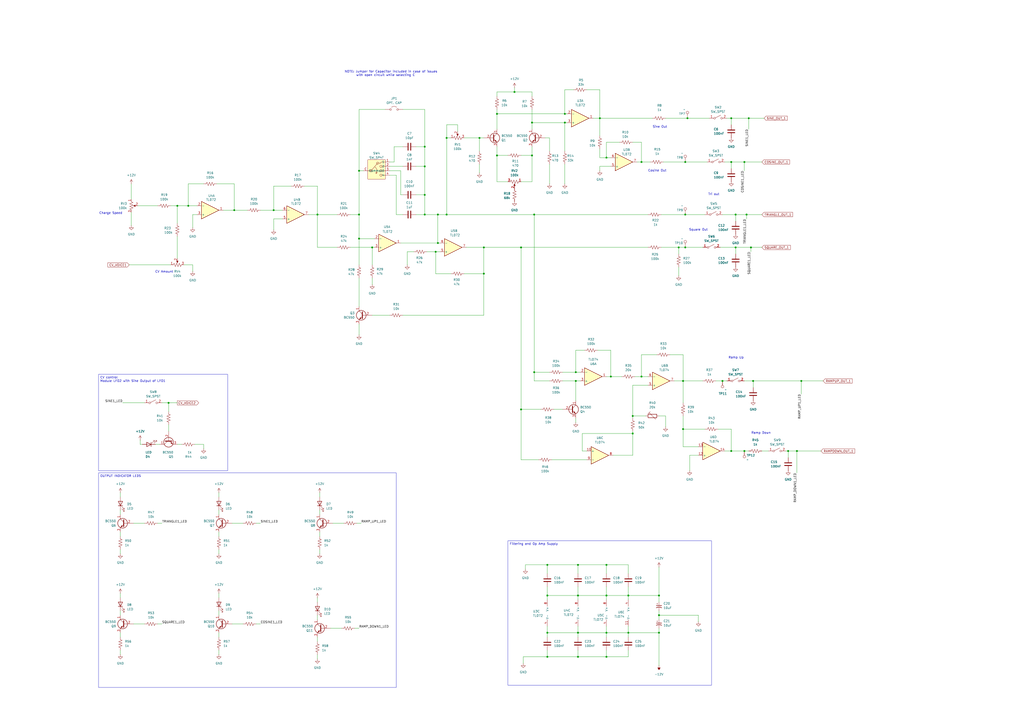
<source format=kicad_sch>
(kicad_sch (version 20250114) (generator "eeschema") (generator_version "9.0")
  (paper "A2")
  (title_block (title "Voice #1") (date "2025-02-15") (rev "1.0.0"))
  (text "Square Out" (at 405.13 133.35 0) (effects (font (size 1.27 1.27))))
  (text "Ramp Up" (at 426.974 207.518 0) (effects (font (size 1.27 1.27))))
  (text "Tri out" (at 414.02 112.776 0) (effects (font (size 1.27 1.27))))
  (text "CV Amount" (at 95.25 157.734 0) (effects (font (size 1.27 1.27))))
  (text "NOTE: Jumper for Capacitor included in case of issues\n	  with open circuit while selecting C" (at 199.898 42.672 0) (effects (font (size 1.27 1.27)) (justify left)))
  (text "Sine Out" (at 382.778 73.66 0) (effects (font (size 1.27 1.27))))
  (text "Ramp Down" (at 441.452 251.206 0) (effects (font (size 1.27 1.27))))
  (text "Cosine Out" (at 381.254 99.06 0) (effects (font (size 1.27 1.27))))
  (text "Charge Speed" (at 64.262 123.698 0) (effects (font (size 1.27 1.27))))
  (text_box "CV control \nModule LFO2 with Sine Output of LFO1" (at 57.15 217.17 0) (size 74.93 55.88) (margins 0.9525 0.9525 0.9525 0.9525) (effects (font (size 1.27 1.27)) (justify left top)))
  (text_box "Filtering and Op Amp Supply\n\n" (at 294.64 313.69 0) (size 118.11 83.82) (margins 0.9525 0.9525 0.9525 0.9525) (effects (font (size 1.27 1.27)) (justify left top)))
  (text_box "OUTPUT INDICATOR LEDS" (at 57.15 274.32 0) (size 172.72 124.46) (margins 0.9525 0.9525 0.9525 0.9525) (effects (font (size 1.27 1.27)) (justify left top)))
  (junction (at 135.89 121.92))
  (junction (at 397.51 124.46))
  (junction (at 433.07 124.46))
  (junction (at 431.8 93.98))
  (junction (at 184.15 124.46))
  (junction (at 372.11 218.44))
  (junction (at 280.67 143.51))
  (junction (at 397.51 143.51))
  (junction (at 208.28 99.06))
  (junction (at 419.1 220.98))
  (junction (at 246.38 96.52))
  (junction (at 102.87 119.38))
  (junction (at 434.34 68.58))
  (junction (at 280.67 158.75))
  (junction (at 382.27 367.03))
  (junction (at 317.5 381))
  (junction (at 246.38 124.46))
  (junction (at 351.79 381))
  (junction (at 254 140.97))
  (junction (at 288.29 90.17))
  (junction (at 317.5 345.44))
  (junction (at 215.9 143.51))
  (junction (at 288.29 66.04))
  (junction (at 252.73 146.05))
  (junction (at 424.18 93.98))
  (junction (at 334.01 220.98))
  (junction (at 308.61 71.12))
  (junction (at 302.26 143.51))
  (junction (at 364.49 367.03))
  (junction (at 464.82 220.98))
  (junction (at 309.88 124.46))
  (junction (at 426.72 124.46))
  (junction (at 393.7 143.51))
  (junction (at 246.38 113.03))
  (junction (at 457.2 261.62))
  (junction (at 208.28 138.43))
  (junction (at 372.11 93.98))
  (junction (at 259.08 124.46))
  (junction (at 259.08 80.01))
  (junction (at 431.8 261.62))
  (junction (at 97.79 233.68))
  (junction (at 397.51 93.98))
  (junction (at 335.28 345.44))
  (junction (at 246.38 85.09))
  (junction (at 424.18 261.62))
  (junction (at 317.5 327.66))
  (junction (at 278.13 80.01))
  (junction (at 436.88 220.98))
  (junction (at 254 124.46))
  (junction (at 351.79 91.44))
  (junction (at 351.79 367.03))
  (junction (at 426.72 143.51))
  (junction (at 327.66 66.04))
  (junction (at 396.24 248.92))
  (junction (at 367.03 241.3))
  (junction (at 298.45 53.34))
  (junction (at 347.98 68.58))
  (junction (at 308.61 90.17))
  (junction (at 398.78 68.58))
  (junction (at 335.28 327.66))
  (junction (at 309.88 215.9))
  (junction (at 335.28 381))
  (junction (at 334.01 215.9))
  (junction (at 109.22 119.38))
  (junction (at 335.28 367.03))
  (junction (at 382.27 345.44))
  (junction (at 317.5 367.03))
  (junction (at 351.79 345.44))
  (junction (at 364.49 345.44))
  (junction (at 351.79 327.66))
  (junction (at 354.33 218.44))
  (junction (at 302.26 237.49))
  (junction (at 327.66 71.12))
  (junction (at 396.24 220.98))
  (junction (at 158.75 121.92))
  (junction (at 462.28 261.62))
  (junction (at 435.61 143.51))
  (junction (at 382.27 356.87))
  (junction (at 208.28 124.46))
  (junction (at 424.18 68.58))
  (junction (at 367.03 251.46))
  (wire (pts (xy 302.26 143.51) (xy 375.92 143.51)))
  (wire (pts (xy 405.13 356.87) (xy 405.13 360.68)))
  (wire (pts (xy 317.5 345.44) (xy 335.28 345.44)))
  (wire (pts (xy 109.22 119.38) (xy 114.3 119.38)))
  (wire (pts (xy 337.82 251.46) (xy 337.82 261.62)))
  (wire (pts (xy 339.09 203.2) (xy 334.01 203.2)))
  (wire (pts (xy 347.98 91.44) (xy 351.79 91.44)))
  (wire (pts (xy 382.27 328.93) (xy 382.27 345.44)))
  (wire (pts (xy 127 354.33) (xy 127 356.87)))
  (wire (pts (xy 382.27 349.25) (xy 382.27 345.44)))
  (wire (pts (xy 433.07 127) (xy 433.07 124.46)))
  (wire (pts (xy 298.45 50.8) (xy 298.45 53.34)))
  (wire (pts (xy 317.5 345.44) (xy 317.5 347.98)))
  (wire (pts (xy 259.08 124.46) (xy 254 124.46)))
  (wire (pts (xy 134.62 361.95) (xy 140.97 361.95)))
  (wire (pts (xy 127 344.17) (xy 127 346.71)))
  (wire (pts (xy 396.24 220.98) (xy 396.24 233.68)))
  (wire (pts (xy 318.77 80.01) (xy 316.23 80.01)))
  (wire (pts (xy 280.67 143.51) (xy 302.26 143.51)))
  (wire (pts (xy 102.87 119.38) (xy 109.22 119.38)))
  (wire (pts (xy 77.47 303.53) (xy 83.82 303.53)))
  (wire (pts (xy 208.28 99.06) (xy 210.82 99.06)))
  (wire (pts (xy 246.38 63.5) (xy 233.68 63.5)))
  (wire (pts (xy 367.03 241.3) (xy 374.65 241.3)))
  (wire (pts (xy 335.28 345.44) (xy 335.28 347.98)))
  (wire (pts (xy 280.67 143.51) (xy 270.51 143.51)))
  (wire (pts (xy 351.79 327.66) (xy 364.49 327.66)))
  (wire (pts (xy 424.18 93.98) (xy 431.8 93.98)))
  (wire (pts (xy 400.05 273.05) (xy 400.05 264.16)))
  (wire (pts (xy 367.03 241.3) (xy 367.03 223.52)))
  (wire (pts (xy 294.64 105.41) (xy 288.29 105.41)))
  (wire (pts (xy 435.61 143.51) (xy 441.96 143.51)))
  (wire (pts (xy 367.03 223.52) (xy 375.92 223.52)))
  (wire (pts (xy 426.72 143.51) (xy 435.61 143.51)))
  (wire (pts (xy 203.2 143.51) (xy 215.9 143.51)))
  (wire (pts (xy 405.13 356.87) (xy 382.27 356.87)))
  (wire (pts (xy 462.28 261.62) (xy 462.28 274.32)))
  (wire (pts (xy 288.29 66.04) (xy 288.29 74.93)))
  (wire (pts (xy 269.24 80.01) (xy 278.13 80.01)))
  (wire (pts (xy 252.73 146.05) (xy 255.27 146.05)))
  (wire (pts (xy 364.49 327.66) (xy 364.49 332.74)))
  (wire (pts (xy 372.11 93.98) (xy 369.57 93.98)))
  (wire (pts (xy 69.85 379.73) (xy 69.85 377.19)))
  (wire (pts (xy 309.88 220.98) (xy 309.88 215.9)))
  (wire (pts (xy 309.88 124.46) (xy 309.88 215.9)))
  (wire (pts (xy 158.75 127) (xy 163.83 127)))
  (wire (pts (xy 191.77 364.49) (xy 198.12 364.49)))
  (wire (pts (xy 436.88 220.98) (xy 464.82 220.98)))
  (wire (pts (xy 351.79 381) (xy 335.28 381)))
  (wire (pts (xy 382.27 367.03) (xy 382.27 386.08)))
  (wire (pts (xy 327.66 66.04) (xy 327.66 52.07)))
  (wire (pts (xy 313.69 237.49) (xy 302.26 237.49)))
  (wire (pts (xy 208.28 138.43) (xy 217.17 138.43)))
  (wire (pts (xy 309.88 124.46) (xy 375.92 124.46)))
  (wire (pts (xy 351.79 377.19) (xy 351.79 381)))
  (wire (pts (xy 367.03 251.46) (xy 337.82 251.46)))
  (wire (pts (xy 127 321.31) (xy 127 318.77)))
  (wire (pts (xy 396.24 248.92) (xy 396.24 259.08)))
  (wire (pts (xy 396.24 220.98) (xy 391.16 220.98)))
  (wire (pts (xy 247.65 146.05) (xy 252.73 146.05)))
  (wire (pts (xy 158.75 133.35) (xy 158.75 127)))
  (wire (pts (xy 433.07 124.46) (xy 441.96 124.46)))
  (wire (pts (xy 382.27 364.49) (xy 382.27 367.03)))
  (wire (pts (xy 109.22 106.68) (xy 109.22 119.38)))
  (wire (pts (xy 364.49 381) (xy 351.79 381)))
  (wire (pts (xy 397.51 93.98) (xy 410.21 93.98)))
  (wire (pts (xy 318.77 220.98) (xy 309.88 220.98)))
  (wire (pts (xy 351.79 369.57) (xy 351.79 367.03)))
  (wire (pts (xy 372.11 205.74) (xy 372.11 218.44)))
  (wire (pts (xy 69.85 369.57) (xy 69.85 367.03)))
  (wire (pts (xy 118.11 257.81) (xy 113.03 257.81)))
  (wire (pts (xy 317.5 381) (xy 317.5 377.19)))
  (wire (pts (xy 434.34 68.58) (xy 434.34 74.93)))
  (wire (pts (xy 419.1 220.98) (xy 421.64 220.98)))
  (wire (pts (xy 102.87 233.68) (xy 97.79 233.68)))
  (wire (pts (xy 184.15 143.51) (xy 184.15 124.46)))
  (wire (pts (xy 335.28 345.44) (xy 351.79 345.44)))
  (wire (pts (xy 246.38 96.52) (xy 246.38 113.03)))
  (wire (pts (xy 420.37 93.98) (xy 424.18 93.98)))
  (wire (pts (xy 193.04 303.53) (xy 199.39 303.53)))
  (wire (pts (xy 354.33 203.2) (xy 354.33 218.44)))
  (wire (pts (xy 302.26 90.17) (xy 308.61 90.17)))
  (wire (pts (xy 246.38 85.09) (xy 246.38 96.52)))
  (wire (pts (xy 288.29 53.34) (xy 298.45 53.34)))
  (wire (pts (xy 203.2 124.46) (xy 208.28 124.46)))
  (wire (pts (xy 421.64 68.58) (xy 424.18 68.58)))
  (wire (pts (xy 335.28 327.66) (xy 335.28 332.74)))
  (wire (pts (xy 457.2 261.62) (xy 462.28 261.62)))
  (wire (pts (xy 308.61 71.12) (xy 327.66 71.12)))
  (wire (pts (xy 69.85 295.91) (xy 69.85 298.45)))
  (wire (pts (xy 340.36 52.07) (xy 347.98 52.07)))
  (wire (pts (xy 127 369.57) (xy 127 367.03)))
  (wire (pts (xy 351.79 91.44) (xy 354.33 91.44)))
  (wire (pts (xy 347.98 86.36) (xy 347.98 91.44)))
  (wire (pts (xy 208.28 124.46) (xy 208.28 138.43)))
  (wire (pts (xy 69.85 311.15) (xy 69.85 308.61)))
  (wire (pts (xy 111.76 153.67) (xy 106.68 153.67)))
  (wire (pts (xy 335.28 340.36) (xy 335.28 345.44)))
  (wire (pts (xy 288.29 66.04) (xy 327.66 66.04)))
  (wire (pts (xy 302.26 266.7) (xy 302.26 237.49)))
  (wire (pts (xy 334.01 232.41) (xy 334.01 220.98)))
  (wire (pts (xy 278.13 80.01) (xy 278.13 87.63)))
  (wire (pts (xy 246.38 85.09) (xy 246.38 63.5)))
  (wire (pts (xy 226.06 99.06) (xy 232.41 99.06)))
  (wire (pts (xy 308.61 105.41) (xy 308.61 90.17)))
  (wire (pts (xy 435.61 146.05) (xy 435.61 143.51)))
  (wire (pts (xy 334.01 215.9) (xy 336.55 215.9)))
  (wire (pts (xy 184.15 346.71) (xy 184.15 349.25)))
  (wire (pts (xy 288.29 63.5) (xy 288.29 66.04)))
  (wire (pts (xy 424.18 97.79) (xy 424.18 93.98)))
  (wire (pts (xy 265.43 72.39) (xy 259.08 72.39)))
  (wire (pts (xy 298.45 53.34) (xy 308.61 53.34)))
  (wire (pts (xy 317.5 367.03) (xy 317.5 369.57)))
  (wire (pts (xy 208.28 138.43) (xy 208.28 153.67)))
  (wire (pts (xy 347.98 96.52) (xy 354.33 96.52)))
  (wire (pts (xy 393.7 143.51) (xy 397.51 143.51)))
  (wire (pts (xy 327.66 106.68) (xy 327.66 95.25)))
  (wire (pts (xy 254 124.46) (xy 254 140.97)))
  (wire (pts (xy 236.22 146.05) (xy 240.03 146.05)))
  (wire (pts (xy 135.89 106.68) (xy 135.89 121.92)))
  (wire (pts (xy 77.47 361.95) (xy 83.82 361.95)))
  (wire (pts (xy 396.24 248.92) (xy 408.94 248.92)))
  (wire (pts (xy 241.3 113.03) (xy 246.38 113.03)))
  (wire (pts (xy 367.03 264.16) (xy 367.03 251.46)))
  (wire (pts (xy 90.17 257.81) (xy 92.71 257.81)))
  (wire (pts (xy 208.28 161.29) (xy 208.28 177.8)))
  (wire (pts (xy 393.7 154.94) (xy 393.7 160.02)))
  (wire (pts (xy 326.39 220.98) (xy 334.01 220.98)))
  (wire (pts (xy 347.98 68.58) (xy 344.17 68.58)))
  (wire (pts (xy 226.06 93.98) (xy 228.6 93.98)))
  (wire (pts (xy 396.24 220.98) (xy 407.67 220.98)))
  (wire (pts (xy 252.73 158.75) (xy 252.73 146.05)))
  (wire (pts (xy 185.42 321.31) (xy 185.42 318.77)))
  (wire (pts (xy 184.15 124.46) (xy 179.07 124.46)))
  (wire (pts (xy 118.11 260.35) (xy 118.11 257.81)))
  (wire (pts (xy 208.28 63.5) (xy 223.52 63.5)))
  (wire (pts (xy 377.19 93.98) (xy 372.11 93.98)))
  (wire (pts (xy 259.08 124.46) (xy 309.88 124.46)))
  (wire (pts (xy 215.9 165.1) (xy 215.9 161.29)))
  (wire (pts (xy 127 295.91) (xy 127 298.45)))
  (wire (pts (xy 208.28 99.06) (xy 208.28 124.46)))
  (wire (pts (xy 158.75 107.95) (xy 158.75 121.92)))
  (wire (pts (xy 386.08 68.58) (xy 398.78 68.58)))
  (wire (pts (xy 431.8 261.62) (xy 434.34 261.62)))
  (wire (pts (xy 184.15 372.11) (xy 184.15 369.57)))
  (wire (pts (xy 351.79 367.03) (xy 364.49 367.03)))
  (wire (pts (xy 386.08 247.65) (xy 386.08 241.3)))
  (wire (pts (xy 205.74 364.49) (xy 208.28 364.49)))
  (wire (pts (xy 102.87 129.54) (xy 102.87 119.38)))
  (wire (pts (xy 335.28 327.66) (xy 351.79 327.66)))
  (wire (pts (xy 355.6 264.16) (xy 367.03 264.16)))
  (wire (pts (xy 400.05 264.16) (xy 405.13 264.16)))
  (wire (pts (xy 134.62 303.53) (xy 140.97 303.53)))
  (wire (pts (xy 464.82 220.98) (xy 477.52 220.98)))
  (wire (pts (xy 111.76 124.46) (xy 114.3 124.46)))
  (wire (pts (xy 308.61 53.34) (xy 308.61 55.88)))
  (wire (pts (xy 302.26 105.41) (xy 308.61 105.41)))
  (wire (pts (xy 99.06 119.38) (xy 102.87 119.38)))
  (wire (pts (xy 97.79 233.68) (xy 93.98 233.68)))
  (wire (pts (xy 388.62 205.74) (xy 396.24 205.74)))
  (wire (pts (xy 364.49 377.19) (xy 364.49 381)))
  (wire (pts (xy 80.01 119.38) (xy 91.44 119.38)))
  (wire (pts (xy 288.29 90.17) (xy 288.29 105.41)))
  (wire (pts (xy 135.89 121.92) (xy 143.51 121.92)))
  (wire (pts (xy 364.49 345.44) (xy 382.27 345.44)))
  (wire (pts (xy 415.29 220.98) (xy 419.1 220.98)))
  (wire (pts (xy 351.79 345.44) (xy 364.49 345.44)))
  (wire (pts (xy 351.79 345.44) (xy 351.79 347.98)))
  (wire (pts (xy 148.59 361.95) (xy 151.13 361.95)))
  (wire (pts (xy 302.26 237.49) (xy 302.26 143.51)))
  (wire (pts (xy 288.29 85.09) (xy 288.29 90.17)))
  (wire (pts (xy 359.41 82.55) (xy 351.79 82.55)))
  (wire (pts (xy 431.8 220.98) (xy 436.88 220.98)))
  (wire (pts (xy 168.91 107.95) (xy 158.75 107.95)))
  (wire (pts (xy 335.28 367.03) (xy 335.28 363.22)))
  (wire (pts (xy 386.08 241.3) (xy 382.27 241.3)))
  (wire (pts (xy 69.85 344.17) (xy 69.85 346.71)))
  (wire (pts (xy 372.11 93.98) (xy 372.11 82.55)))
  (wire (pts (xy 396.24 259.08) (xy 405.13 259.08)))
  (wire (pts (xy 303.53 381) (xy 317.5 381)))
  (wire (pts (xy 334.01 220.98) (xy 336.55 220.98)))
  (wire (pts (xy 317.5 327.66) (xy 335.28 327.66)))
  (wire (pts (xy 254 140.97) (xy 255.27 140.97)))
  (wire (pts (xy 317.5 332.74) (xy 317.5 327.66)))
  (wire (pts (xy 335.28 369.57) (xy 335.28 367.03)))
  (wire (pts (xy 367.03 250.19) (xy 367.03 251.46)))
  (wire (pts (xy 232.41 113.03) (xy 233.68 113.03)))
  (wire (pts (xy 76.2 106.68) (xy 76.2 115.57)))
  (wire (pts (xy 457.2 265.43) (xy 457.2 261.62)))
  (wire (pts (xy 195.58 143.51) (xy 184.15 143.51)))
  (wire (pts (xy 434.34 68.58) (xy 443.23 68.58)))
  (wire (pts (xy 312.42 266.7) (xy 302.26 266.7)))
  (wire (pts (xy 317.5 363.22) (xy 317.5 367.03)))
  (wire (pts (xy 364.49 367.03) (xy 364.49 363.22)))
  (wire (pts (xy 185.42 285.75) (xy 185.42 288.29)))
  (wire (pts (xy 368.3 218.44) (xy 372.11 218.44)))
  (wire (pts (xy 397.51 124.46) (xy 408.94 124.46)))
  (wire (pts (xy 455.93 261.62) (xy 457.2 261.62)))
  (wire (pts (xy 346.71 203.2) (xy 354.33 203.2)))
  (wire (pts (xy 280.67 80.01) (xy 278.13 80.01)))
  (wire (pts (xy 396.24 205.74) (xy 396.24 220.98)))
  (wire (pts (xy 241.3 124.46) (xy 246.38 124.46)))
  (wire (pts (xy 431.8 93.98) (xy 431.8 99.06)))
  (wire (pts (xy 127 379.73) (xy 127 377.19)))
  (wire (pts (xy 91.44 303.53) (xy 93.98 303.53)))
  (wire (pts (xy 184.15 356.87) (xy 184.15 359.41)))
  (wire (pts (xy 398.78 68.58) (xy 411.48 68.58)))
  (wire (pts (xy 158.75 121.92) (xy 151.13 121.92)))
  (wire (pts (xy 381 205.74) (xy 372.11 205.74)))
  (wire (pts (xy 69.85 285.75) (xy 69.85 288.29)))
  (wire (pts (xy 393.7 143.51) (xy 393.7 147.32)))
  (wire (pts (xy 105.41 257.81) (xy 102.87 257.81)))
  (wire (pts (xy 383.54 124.46) (xy 397.51 124.46)))
  (wire (pts (xy 382.27 354.33) (xy 382.27 356.87)))
  (wire (pts (xy 351.79 82.55) (xy 351.79 91.44)))
  (wire (pts (xy 364.49 345.44) (xy 364.49 347.98)))
  (wire (pts (xy 308.61 63.5) (xy 308.61 71.12)))
  (wire (pts (xy 462.28 261.62) (xy 476.25 261.62)))
  (wire (pts (xy 321.31 237.49) (xy 326.39 237.49)))
  (wire (pts (xy 304.8 327.66) (xy 317.5 327.66)))
  (wire (pts (xy 125.73 106.68) (xy 135.89 106.68)))
  (wire (pts (xy 364.49 367.03) (xy 364.49 369.57)))
  (wire (pts (xy 347.98 68.58) (xy 347.98 78.74)))
  (wire (pts (xy 176.53 107.95) (xy 184.15 107.95)))
  (wire (pts (xy 327.66 52.07) (xy 332.74 52.07)))
  (wire (pts (xy 426.72 128.27) (xy 426.72 124.46)))
  (wire (pts (xy 111.76 157.48) (xy 111.76 153.67)))
  (wire (pts (xy 317.5 340.36) (xy 317.5 345.44)))
  (wire (pts (xy 135.89 121.92) (xy 129.54 121.92)))
  (wire (pts (xy 259.08 72.39) (xy 259.08 80.01)))
  (wire (pts (xy 441.96 261.62) (xy 445.77 261.62)))
  (wire (pts (xy 335.28 377.19) (xy 335.28 381)))
  (wire (pts (xy 76.2 123.19) (xy 76.2 130.81)))
  (wire (pts (xy 308.61 71.12) (xy 308.61 74.93)))
  (wire (pts (xy 184.15 107.95) (xy 184.15 124.46)))
  (wire (pts (xy 184.15 124.46) (xy 195.58 124.46)))
  (wire (pts (xy 208.28 99.06) (xy 208.28 63.5)))
  (wire (pts (xy 354.33 218.44) (xy 351.79 218.44)))
  (wire (pts (xy 424.18 261.62) (xy 431.8 261.62)))
  (wire (pts (xy 288.29 55.88) (xy 288.29 53.34)))
  (wire (pts (xy 233.68 85.09) (xy 228.6 85.09)))
  (wire (pts (xy 337.82 261.62) (xy 340.36 261.62)))
  (wire (pts (xy 278.13 100.33) (xy 278.13 95.25)))
  (wire (pts (xy 236.22 153.67) (xy 236.22 146.05)))
  (wire (pts (xy 382.27 356.87) (xy 382.27 359.41)))
  (wire (pts (xy 69.85 354.33) (xy 69.85 356.87)))
  (wire (pts (xy 424.18 68.58) (xy 434.34 68.58)))
  (wire (pts (xy 81.28 255.27) (xy 81.28 257.81)))
  (wire (pts (xy 226.06 96.52) (xy 233.68 96.52)))
  (wire (pts (xy 74.93 153.67) (xy 99.06 153.67)))
  (wire (pts (xy 185.42 295.91) (xy 185.42 298.45)))
  (wire (pts (xy 280.67 158.75) (xy 280.67 143.51)))
  (wire (pts (xy 347.98 52.07) (xy 347.98 68.58)))
  (wire (pts (xy 384.81 93.98) (xy 397.51 93.98)))
  (wire (pts (xy 232.41 140.97) (xy 254 140.97)))
  (wire (pts (xy 383.54 143.51) (xy 393.7 143.51)))
  (wire (pts (xy 464.82 228.6) (xy 464.82 220.98)))
  (wire (pts (xy 241.3 85.09) (xy 246.38 85.09)))
  (wire (pts (xy 185.42 311.15) (xy 185.42 308.61)))
  (wire (pts (xy 416.56 248.92) (xy 424.18 248.92)))
  (wire (pts (xy 241.3 96.52) (xy 246.38 96.52)))
  (wire (pts (xy 347.98 99.06) (xy 347.98 96.52)))
  (wire (pts (xy 71.12 233.68) (xy 83.82 233.68)))
  (wire (pts (xy 229.87 101.6) (xy 229.87 124.46)))
  (wire (pts (xy 226.06 101.6) (xy 229.87 101.6)))
  (wire (pts (xy 148.59 303.53) (xy 151.13 303.53)))
  (wire (pts (xy 215.9 143.51) (xy 217.17 143.51)))
  (wire (pts (xy 288.29 90.17) (xy 294.64 90.17)))
  (wire (pts (xy 233.68 182.88) (xy 280.67 182.88)))
  (wire (pts (xy 215.9 182.88) (xy 226.06 182.88)))
  (wire (pts (xy 81.28 257.81) (xy 82.55 257.81)))
  (wire (pts (xy 318.77 87.63) (xy 318.77 80.01)))
  (wire (pts (xy 265.43 76.2) (xy 265.43 72.39)))
  (wire (pts (xy 397.51 143.51) (xy 407.67 143.51)))
  (wire (pts (xy 102.87 149.86) (xy 102.87 137.16)))
  (wire (pts (xy 208.28 187.96) (xy 208.28 194.31)))
  (wire (pts (xy 246.38 124.46) (xy 254 124.46)))
  (wire (pts (xy 424.18 72.39) (xy 424.18 68.58)))
  (wire (pts (xy 372.11 218.44) (xy 375.92 218.44)))
  (wire (pts (xy 351.79 367.03) (xy 351.79 363.22)))
  (wire (pts (xy 228.6 85.09) (xy 228.6 93.98)))
  (wire (pts (xy 97.79 250.19) (xy 97.79 246.38)))
  (wire (pts (xy 261.62 158.75) (xy 252.73 158.75)))
  (wire (pts (xy 308.61 85.09) (xy 308.61 90.17)))
  (wire (pts (xy 309.88 215.9) (xy 318.77 215.9)))
  (wire (pts (xy 354.33 218.44) (xy 360.68 218.44)))
  (wire (pts (xy 246.38 113.03) (xy 246.38 124.46)))
  (wire (pts (xy 118.11 106.68) (xy 109.22 106.68)))
  (wire (pts (xy 327.66 71.12) (xy 327.66 87.63)))
  (wire (pts (xy 97.79 238.76) (xy 97.79 233.68)))
  (wire (pts (xy 424.18 261.62) (xy 420.37 261.62)))
  (wire (pts (xy 303.53 384.81) (xy 303.53 381)))
  (wire (pts (xy 259.08 124.46) (xy 259.08 80.01)))
  (wire (pts (xy 184.15 382.27) (xy 184.15 379.73)))
  (wire (pts (xy 127 311.15) (xy 127 308.61)))
  (wire (pts (xy 396.24 241.3) (xy 396.24 248.92)))
  (wire (pts (xy 426.72 147.32) (xy 426.72 143.51)))
  (wire (pts (xy 91.44 361.95) (xy 93.98 361.95)))
  (wire (pts (xy 335.28 381) (xy 317.5 381)))
  (wire (pts (xy 163.83 121.92) (xy 158.75 121.92)))
  (wire (pts (xy 304.8 330.2) (xy 304.8 327.66)))
  (wire (pts (xy 417.83 143.51) (xy 426.72 143.51)))
  (wire (pts (xy 351.79 340.36) (xy 351.79 345.44)))
  (wire (pts (xy 351.79 327.66) (xy 351.79 332.74)))
  (wire (pts (xy 69.85 321.31) (xy 69.85 318.77)))
  (wire (pts (xy 327.66 71.12) (xy 328.93 71.12)))
  (wire (pts (xy 334.01 203.2) (xy 334.01 215.9)))
  (wire (pts (xy 127 285.75) (xy 127 288.29)))
  (wire (pts (xy 259.08 80.01) (xy 261.62 80.01)))
  (wire (pts (xy 372.11 82.55) (xy 367.03 82.55)))
  (wire (pts (xy 424.18 248.92) (xy 424.18 261.62)))
  (wire (pts (xy 426.72 124.46) (xy 433.07 124.46)))
  (wire (pts (xy 419.1 124.46) (xy 426.72 124.46)))
  (wire (pts (xy 280.67 182.88) (xy 280.67 158.75)))
  (wire (pts (xy 207.01 303.53) (xy 209.55 303.53)))
  (wire (pts (xy 215.9 153.67) (xy 215.9 143.51)))
  (wire (pts (xy 232.41 99.06) (xy 232.41 113.03)))
  (wire (pts (xy 367.03 242.57) (xy 367.03 241.3)))
  (wire (pts (xy 318.77 106.68) (xy 318.77 95.25)))
  (wire (pts (xy 431.8 93.98) (xy 441.96 93.98)))
  (wire (pts (xy 317.5 367.03) (xy 335.28 367.03)))
  (wire (pts (xy 327.66 66.04) (xy 328.93 66.04)))
  (wire (pts (xy 111.76 132.08) (xy 111.76 124.46)))
  (wire (pts (xy 335.28 367.03) (xy 351.79 367.03)))
  (wire (pts (xy 229.87 124.46) (xy 233.68 124.46)))
  (wire (pts (xy 364.49 367.03) (xy 382.27 367.03)))
  (wire (pts (xy 334.01 245.11) (xy 334.01 242.57)))
  (wire (pts (xy 326.39 215.9) (xy 334.01 215.9)))
  (wire (pts (xy 269.24 158.75) (xy 280.67 158.75)))
  (wire (pts (xy 364.49 340.36) (xy 364.49 345.44)))
  (wire (pts (xy 347.98 68.58) (xy 378.46 68.58)))
  (wire (pts (xy 340.36 266.7) (xy 320.04 266.7)))
  (wire (pts (xy 436.88 224.79) (xy 436.88 220.98)))
  (label "RAMP_UP1_LED" (at 209.55 303.53 0))
  (label "SINE1_LED" (at 71.12 233.68 180))
  (label "TRIANGLE1_LED" (at 433.07 127 270))
  (label "SINE1_LED" (at 151.13 303.53 0))
  (label "SQUARE1_LED" (at 93.98 361.95 0))
  (label "RAMP_DOWN1_LED" (at 208.28 364.49 0))
  (label "SQUARE1_LED" (at 435.61 146.05 270))
  (label "COSINE1_LED" (at 431.8 99.06 270))
  (label "TRIANGLE1_LED" (at 93.98 303.53 0))
  (label "RAMP_DOWN1_LED" (at 462.28 274.32 270))
  (label "COSINE1_LED" (at 151.13 361.95 0))
  (label "RAMP_UP1_LED" (at 464.82 228.6 270))
  (label "SINE1_LED" (at 434.34 74.93 270))
  (global_label "SINE_OUT_1" (shape input) (at 443.23 68.58 0) (property "Intersheetrefs" "${INTERSHEET_REFS}" (effects (hide yes))))
  (global_label "TRIANGLE_OUT_1" (shape input) (at 441.96 124.46 0) (property "Intersheetrefs" "${INTERSHEET_REFS}" (effects (hide yes))))
  (global_label "RAMPDOWN_OUT_1" (shape input) (at 476.25 261.62 0) (property "Intersheetrefs" "${INTERSHEET_REFS}" (effects (hide yes))))
  (global_label "CV_VOICE2" (shape output) (at 102.87 233.68 0) (property "Intersheetrefs" "${INTERSHEET_REFS}" (effects (hide yes))))
  (global_label "RAMPUP_OUT_1" (shape input) (at 477.52 220.98 0) (property "Intersheetrefs" "${INTERSHEET_REFS}" (effects (hide yes))))
  (global_label "SQUARE_OUT_1" (shape input) (at 441.96 143.51 0) (property "Intersheetrefs" "${INTERSHEET_REFS}" (effects (hide yes))))
  (global_label "COSINE_OUT_1" (shape input) (at 441.96 93.98 0) (property "Intersheetrefs" "${INTERSHEET_REFS}" (effects (hide yes))))
  (global_label "CV_VOICE1" (shape input) (at 74.93 153.67 180) (property "Intersheetrefs" "${INTERSHEET_REFS}" (effects (hide yes))))
  (symbol (lib_id "power:-12V") (at 382.27 386.08 0) (mirror x) (unit 1)
    (property "Reference" "#PWR048" (effects (hide yes)))
    (property "Value" "-12V" (at 382.27 391.16 0))
    (property "Description" "Power symbol creates a global label with name \"-12V\"" (effects (hide yes)))
  )
  (symbol (lib_id "Device:C_Polarized_Small_US") (at 382.27 351.79 0) (unit 1)
    (property "Reference" "C20" (at 384.81 350.0881 0) (effects (justify left)))
    (property "Value" "10uF" (at 384.81 352.6281 0) (effects (justify left)))
    (property "Footprint" "Capacitor_THT:C_Disc_D6.0mm_W2.5mm_P5.00mm" (effects (hide yes)))
    (property "Datasheet" "https://search.murata.co.jp/Ceramy/image/img/A01X/G101/ENG/RCE_X7R_X7S_25V-100V_E.pdf" (effects (hide yes)))
    (property "Description" "Polarized capacitor, small US symbol" (effects (hide yes)))
    (property "Link" "https://www.digikey.com/en/products/detail/murata-electronics/RCER71H106MWM1H03A/4277142" (effects (hide yes)))
  )
  (symbol (lib_id "Device:LED") (at 127 292.1 90) (unit 1)
    (property "Reference" "D6" (at 130.81 292.4174 90) (effects (justify right)))
    (property "Value" "LED" (at 130.81 294.9574 90) (effects (justify right)))
    (property "Footprint" "LED_THT:LED_D1.8mm_W3.3mm_H2.4mm" (effects (hide yes)))
    (property "Description" "Light emitting diode" (effects (hide yes)))
  )
  (symbol (lib_id "Device:LED") (at 185.42 292.1 90) (unit 1)
    (property "Reference" "D7" (at 189.23 292.4174 90) (effects (justify right)))
    (property "Value" "LED" (at 189.23 294.9574 90) (effects (justify right)))
    (property "Footprint" "LED_THT:LED_D1.8mm_W3.3mm_H2.4mm" (effects (hide yes)))
    (property "Description" "Light emitting diode" (effects (hide yes)))
  )
  (symbol (lib_id "power:GND") (at 334.01 245.11 0) (unit 1)
    (property "Reference" "#PWR026" (effects (hide yes)))
    (property "Value" "GND" (at 334.01 250.19 0))
    (property "Description" "Power symbol creates a global label with name \"GND\" , ground" (effects (hide yes)))
  )
  (symbol (lib_id "Transistor_BJT:BC550") (at 72.39 303.53 0) (mirror y) (unit 1)
    (property "Reference" "Q6" (at 67.31 304.8001 0) (effects (justify left)))
    (property "Value" "BC550" (at 67.31 302.2601 0) (effects (justify left)))
    (property "Footprint" "Package_TO_SOT_THT:TO-92_Inline" (effects (hide yes)))
    (property "Datasheet" "https://www.onsemi.com/pub/Collateral/BC550-D.pdf" (effects (hide yes)))
    (property "Description" "0.1A Ic, 45V Vce, Small Signal NPN Transistor, TO-92" (effects (hide yes)))
    (property "Link" "https://www.mouser.com/ProductDetail/onsemi-Fairchild/BC550CTA?qs=ljbEvF4DwOM46%2Fg9NzWlqQ%3D%3D" (effects (hide yes)))
  )
  (symbol (lib_id "Device:R_US") (at 127 314.96 180) (unit 1)
    (property "Reference" "R51" (at 129.54 313.6899 0) (effects (justify right)))
    (property "Value" "1k" (at 129.54 316.2299 0) (effects (justify right)))
    (property "Footprint" "Resistor_THT:R_Axial_DIN0204_L3.6mm_D1.6mm_P5.08mm_Horizontal" (effects (hide yes)))
    (property "Datasheet" "https://www.seielect.com/catalog/sei-cf_cfm.pdf" (effects (hide yes)))
    (property "Description" "Resistor, US symbol" (effects (hide yes)))
    (property "Link" "https://www.digikey.com/en/products/detail/stackpole-electronics-inc/CF12JT1K00/1741062" (effects (hide yes)))
  )
  (symbol (lib_id "Device:R_US") (at 95.25 119.38 90) (unit 1)
    (property "Reference" "R19" (at 95.25 113.03 90))
    (property "Value" "100k" (at 95.25 115.57 90))
    (property "Footprint" "Resistor_THT:R_Axial_DIN0207_L6.3mm_D2.5mm_P10.16mm_Horizontal" (effects (hide yes)))
    (property "Datasheet" "https://www.digikey.com/en/products/detail/yageo/MFR50SFTE52-68K/9151668" (effects (hide yes)))
    (property "Description" "Resistor, US symbol" (effects (hide yes)))
    (property "Link" "https://www.digikey.com/en/products/detail/yageo/MFP-25BRD52-100K/2058795" (effects (hide yes)))
  )
  (symbol (lib_id "Device:R_US") (at 438.15 261.62 270) (unit 1)
    (property "Reference" "R45" (at 438.15 255.27 90))
    (property "Value" "1k" (at 438.15 257.81 90))
    (property "Footprint" "Resistor_THT:R_Axial_DIN0204_L3.6mm_D1.6mm_P5.08mm_Horizontal" (effects (hide yes)))
    (property "Datasheet" "https://www.seielect.com/catalog/sei-cf_cfm.pdf" (effects (hide yes)))
    (property "Description" "Resistor, US symbol" (effects (hide yes)))
    (property "Link" "https://www.digikey.com/en/products/detail/stackpole-electronics-inc/CF12JT1K00/1741062" (effects (hide yes)))
  )
  (symbol (lib_id "Device:R_US") (at 317.5 237.49 90) (unit 1)
    (property "Reference" "R38" (at 318.008 242.316 90))
    (property "Value" "10k" (at 318.008 244.856 90))
    (property "Footprint" "Resistor_THT:R_Axial_DIN0204_L3.6mm_D1.6mm_P5.08mm_Horizontal" (effects (hide yes)))
    (property "Datasheet" "https://www.seielect.com/catalog/sei-cf_cfm.pdf" (effects (hide yes)))
    (property "Description" "Resistor, US symbol" (effects (hide yes)))
    (property "Link" "https://www.digikey.com/en/products/detail/stackpole-electronics-inc/CF12JT10K0/1741024" (effects (hide yes)))
  )
  (symbol (lib_id "Switch:SW_SPST") (at 414.02 124.46 0) (unit 1)
    (property "Reference" "SW5" (at 414.02 118.11 0))
    (property "Value" "SW_SPST" (at 414.02 120.65 0))
    (property "Footprint" "Connector_PinHeader_2.54mm:PinHeader_1x02_P2.54mm_Vertical" (effects (hide yes)))
    (property "Datasheet" "https://www.mouser.com/datasheet/2/4/sw_t3_1a_a_a3_s1_data_sheet-3396620.pdf" (effects (hide yes)))
    (property "Description" "Single Pole Single Throw (SPST) switch" (effects (hide yes)))
    (property "Link" "https://www.mouser.com/ProductDetail/Adam-Tech/SW-T3-1A-A-A3-S1?qs=HoCaDK9Nz5dJJV4Z7JCNtA%3D%3D" (effects (hide yes)))
  )
  (symbol (lib_id "Amplifier_Operational:TL072") (at 337.82 355.6 0) (unit 3)
    (property "Reference" "U4" (at 326.898 354.076 0) (effects (justify left)))
    (property "Value" "TL072" (at 326.898 356.616 0) (effects (justify left)))
    (property "Footprint" "Package_DIP:DIP-8_W7.62mm" (effects (hide yes)))
    (property "Datasheet" "http://www.ti.com/lit/ds/symlink/tl071.pdf" (effects (hide yes)))
    (property "Description" "Dual Low-Noise JFET-Input Operational Amplifiers, DIP-8/SOIC-8" (effects (hide yes)))
    (property "Link" "https://www.digikey.com/en/products/detail/texas-instruments/TL072CP/277421" (effects (hide yes)))
  )
  (symbol (lib_id "power:GND") (at 215.9 165.1 0) (unit 1)
    (property "Reference" "#PWR023" (effects (hide yes)))
    (property "Value" "GND" (at 215.9 170.18 0))
    (property "Description" "Power symbol creates a global label with name \"GND\" , ground" (effects (hide yes)))
  )
  (symbol (lib_id "Device:C") (at 426.72 151.13 0) (unit 1)
    (property "Reference" "C13" (at 416.56 149.86 0) (effects (justify left)))
    (property "Value" "100nF" (at 416.56 152.4 0) (effects (justify left)))
    (property "Footprint" "Capacitor_THT:C_Disc_D6.0mm_W2.5mm_P5.00mm" (effects (hide yes)))
    (property "Datasheet" "https://content.kemet.com/datasheets/KEM_C1050_GOLDMAX_X7R.pdf" (effects (hide yes)))
    (property "Description" "Unpolarized capacitor" (effects (hide yes)))
    (property "Link" "https://www.digikey.com/en/products/detail/kemet/C320C104K5R5TA/818040" (effects (hide yes)))
  )
  (symbol (lib_id "Device:R_US") (at 396.24 237.49 180) (unit 1)
    (property "Reference" "R39" (at 398.78 236.2199 0) (effects (justify right)))
    (property "Value" "10k" (at 398.78 238.7599 0) (effects (justify right)))
    (property "Footprint" "Resistor_THT:R_Axial_DIN0204_L3.6mm_D1.6mm_P5.08mm_Horizontal" (effects (hide yes)))
    (property "Datasheet" "https://www.seielect.com/catalog/sei-cf_cfm.pdf" (effects (hide yes)))
    (property "Description" "Resistor, US symbol" (effects (hide yes)))
    (property "Link" "https://www.digikey.com/en/products/detail/stackpole-electronics-inc/CF12JT10K0/1741024" (effects (hide yes)))
  )
  (symbol (lib_id "Device:R_US") (at 144.78 303.53 90) (unit 1)
    (property "Reference" "R48" (at 144.78 297.18 90))
    (property "Value" "10k" (at 144.78 299.72 90))
    (property "Footprint" "Resistor_THT:R_Axial_DIN0204_L3.6mm_D1.6mm_P5.08mm_Horizontal" (effects (hide yes)))
    (property "Datasheet" "https://www.seielect.com/catalog/sei-cf_cfm.pdf" (effects (hide yes)))
    (property "Description" "Resistor, US symbol" (effects (hide yes)))
    (property "Link" "https://www.digikey.com/en/products/detail/stackpole-electronics-inc/CF12JT10K0/1741024" (effects (hide yes)))
  )
  (symbol (lib_id "Device:R_US") (at 201.93 364.49 90) (unit 1)
    (property "Reference" "R55" (at 201.93 358.14 90))
    (property "Value" "10k" (at 201.93 360.68 90))
    (property "Footprint" "Resistor_THT:R_Axial_DIN0204_L3.6mm_D1.6mm_P5.08mm_Horizontal" (effects (hide yes)))
    (property "Datasheet" "https://www.seielect.com/catalog/sei-cf_cfm.pdf" (effects (hide yes)))
    (property "Description" "Resistor, US symbol" (effects (hide yes)))
    (property "Link" "https://www.digikey.com/en/products/detail/stackpole-electronics-inc/CF12JT10K0/1741024" (effects (hide yes)))
  )
  (symbol (lib_id "Device:R_US") (at 278.13 91.44 0) (unit 1)
    (property "Reference" "R12" (at 273.812 90.678 0))
    (property "Value" "470" (at 273.812 93.218 0))
    (property "Footprint" "Resistor_THT:R_Axial_DIN0204_L3.6mm_D1.6mm_P5.08mm_Horizontal" (effects (hide yes)))
    (property "Datasheet" "https://www.seielect.com/catalog/sei-cf_cfm.pdf" (effects (hide yes)))
    (property "Description" "Resistor, US symbol" (effects (hide yes)))
    (property "Link" " https://www.digikey.com/en/products/detail/stackpole-electronics-inc/CF12JT470R/1741161" (effects (hide yes)))
  )
  (symbol (lib_id "power:GND") (at 158.75 133.35 0) (unit 1)
    (property "Reference" "#PWR017" (effects (hide yes)))
    (property "Value" "GND" (at 158.75 138.43 0))
    (property "Description" "Power symbol creates a global label with name \"GND\" , ground" (effects (hide yes)))
  )
  (symbol (lib_id "Amplifier_Operational:TL074") (at 412.75 261.62 0) (mirror x) (unit 4)
    (property "Reference" "U6" (at 413.766 253.492 0))
    (property "Value" "TL074" (at 414.274 256.032 0))
    (property "Footprint" "Package_DIP:DIP-14_W7.62mm" (effects (hide yes)))
    (property "Datasheet" "http://www.ti.com/lit/ds/symlink/tl071.pdf" (effects (hide yes)))
    (property "Description" "Quad Low-Noise JFET-Input Operational Amplifiers, DIP-14/SOIC-14" (effects (hide yes)))
    (property "Link" "https://www.digikey.com/en/products/detail/texas-instruments/TL074IN/378422" (effects (hide yes)))
  )
  (symbol (lib_id "Device:R_US") (at 121.92 106.68 90) (unit 1)
    (property "Reference" "R16" (at 121.92 100.33 90))
    (property "Value" "100k" (at 121.92 102.87 90))
    (property "Footprint" "Resistor_THT:R_Axial_DIN0207_L6.3mm_D2.5mm_P10.16mm_Horizontal" (effects (hide yes)))
    (property "Datasheet" "https://www.digikey.com/en/products/detail/yageo/MFR50SFTE52-68K/9151668" (effects (hide yes)))
    (property "Description" "Resistor, US symbol" (effects (hide yes)))
    (property "Link" "https://www.digikey.com/en/products/detail/yageo/MFP-25BRD52-100K/2058795" (effects (hide yes)))
  )
  (symbol (lib_id "power:GND") (at 118.11 260.35 0) (unit 1)
    (property "Reference" "#PWR029" (effects (hide yes)))
    (property "Value" "GND" (at 118.11 265.43 0))
    (property "Description" "Power symbol creates a global label with name \"GND\" , ground" (effects (hide yes)))
  )
  (symbol (lib_id "Device:R_US") (at 229.87 182.88 90) (unit 1)
    (property "Reference" "R31" (at 229.87 176.53 90))
    (property "Value" "10k" (at 229.87 179.07 90))
    (property "Footprint" "Resistor_THT:R_Axial_DIN0204_L3.6mm_D1.6mm_P5.08mm_Horizontal" (effects (hide yes)))
    (property "Datasheet" "https://www.seielect.com/catalog/sei-cf_cfm.pdf" (effects (hide yes)))
    (property "Description" "Resistor, US symbol" (effects (hide yes)))
    (property "Link" "https://www.digikey.com/en/products/detail/stackpole-electronics-inc/CF12JT10K0/1741024" (effects (hide yes)))
  )
  (symbol (lib_id "Connector:TestPoint") (at 397.51 93.98 0) (unit 1)
    (property "Reference" "TP8" (at 396.24 91.44 0) (effects (justify right)))
    (property "Value" "~" (at 396.24 88.9 0) (effects (justify right)))
    (property "Footprint" "TestPoint:TestPoint_Pad_D1.0mm" (effects (hide yes)))
    (property "Description" "test point" (effects (hide yes)))
  )
  (symbol (lib_id "Device:R_US") (at 316.23 266.7 90) (unit 1)
    (property "Reference" "R46" (at 316.23 270.764 90))
    (property "Value" "100k" (at 316.23 273.304 90))
    (property "Footprint" "Resistor_THT:R_Axial_DIN0207_L6.3mm_D2.5mm_P10.16mm_Horizontal" (effects (hide yes)))
    (property "Datasheet" "https://www.digikey.com/en/products/detail/yageo/MFR50SFTE52-68K/9151668" (effects (hide yes)))
    (property "Description" "Resistor, US symbol" (effects (hide yes)))
    (property "Link" "https://www.digikey.com/en/products/detail/yageo/MFP-25BRD52-100K/2058795" (effects (hide yes)))
  )
  (symbol (lib_id "Device:R_US") (at 69.85 314.96 180) (unit 1)
    (property "Reference" "R50" (at 72.39 313.6899 0) (effects (justify right)))
    (property "Value" "1k" (at 72.39 316.2299 0) (effects (justify right)))
    (property "Footprint" "Resistor_THT:R_Axial_DIN0204_L3.6mm_D1.6mm_P5.08mm_Horizontal" (effects (hide yes)))
    (property "Datasheet" "https://www.seielect.com/catalog/sei-cf_cfm.pdf" (effects (hide yes)))
    (property "Description" "Resistor, US symbol" (effects (hide yes)))
    (property "Link" "https://www.digikey.com/en/products/detail/stackpole-electronics-inc/CF12JT1K00/1741062" (effects (hide yes)))
  )
  (symbol (lib_id "power:GND") (at 185.42 321.31 0) (unit 1)
    (property "Reference" "#PWR037" (effects (hide yes)))
    (property "Value" "GND" (at 185.42 326.39 0))
    (property "Description" "Power symbol creates a global label with name \"GND\" , ground" (effects (hide yes)))
  )
  (symbol (lib_id "power:GND") (at 347.98 99.06 0) (unit 1)
    (property "Reference" "#PWR08" (effects (hide yes)))
    (property "Value" "GND" (at 347.98 104.14 0))
    (property "Description" "Power symbol creates a global label with name \"GND\" , ground" (effects (hide yes)))
  )
  (symbol (lib_id "power:GND") (at 393.7 160.02 0) (unit 1)
    (property "Reference" "#PWR022" (effects (hide yes)))
    (property "Value" "GND" (at 393.7 165.1 0))
    (property "Description" "Power symbol creates a global label with name \"GND\" , ground" (effects (hide yes)))
  )
  (symbol (lib_id "Device:R_US") (at 185.42 314.96 180) (unit 1)
    (property "Reference" "R52" (at 187.96 313.6899 0) (effects (justify right)))
    (property "Value" "1k" (at 187.96 316.2299 0) (effects (justify right)))
    (property "Footprint" "Resistor_THT:R_Axial_DIN0204_L3.6mm_D1.6mm_P5.08mm_Horizontal" (effects (hide yes)))
    (property "Datasheet" "https://www.seielect.com/catalog/sei-cf_cfm.pdf" (effects (hide yes)))
    (property "Description" "Resistor, US symbol" (effects (hide yes)))
    (property "Link" "https://www.digikey.com/en/products/detail/stackpole-electronics-inc/CF12JT1K00/1741062" (effects (hide yes)))
  )
  (symbol (lib_id "power:GND") (at 69.85 379.73 0) (unit 1)
    (property "Reference" "#PWR044" (effects (hide yes)))
    (property "Value" "GND" (at 69.85 384.81 0))
    (property "Description" "Power symbol creates a global label with name \"GND\" , ground" (effects (hide yes)))
  )
  (symbol (lib_id "Device:C") (at 351.79 373.38 0) (unit 1)
    (property "Reference" "C24" (at 355.6 372.1099 0) (effects (justify left)))
    (property "Value" "100nF" (at 355.6 374.6499 0) (effects (justify left)))
    (property "Footprint" "Capacitor_THT:C_Disc_D6.0mm_W2.5mm_P5.00mm" (effects (hide yes)))
    (property "Datasheet" "https://content.kemet.com/datasheets/KEM_C1050_GOLDMAX_X7R.pdf" (effects (hide yes)))
    (property "Description" "Unpolarized capacitor" (effects (hide yes)))
    (property "Link" "https://www.digikey.com/en/products/detail/kemet/C320C104K5R5TA/818040" (effects (hide yes)))
  )
  (symbol (lib_id "Transistor_BJT:BC550") (at 186.69 364.49 0) (mirror y) (unit 1)
    (property "Reference" "Q11" (at 181.61 365.7601 0) (effects (justify left)))
    (property "Value" "BC550" (at 181.61 363.2201 0) (effects (justify left)))
    (property "Footprint" "Package_TO_SOT_THT:TO-92_Inline" (effects (hide yes)))
    (property "Datasheet" "https://www.onsemi.com/pub/Collateral/BC550-D.pdf" (effects (hide yes)))
    (property "Description" "0.1A Ic, 45V Vce, Small Signal NPN Transistor, TO-92" (effects (hide yes)))
    (property "Link" "https://www.mouser.com/ProductDetail/onsemi-Fairchild/BC550CTA?qs=ljbEvF4DwOM46%2Fg9NzWlqQ%3D%3D" (effects (hide yes)))
  )
  (symbol (lib_id "Device:R_US") (at 384.81 205.74 90) (unit 1)
    (property "Reference" "R33" (at 384.81 199.39 90))
    (property "Value" "10k" (at 384.81 201.93 90))
    (property "Footprint" "Resistor_THT:R_Axial_DIN0204_L3.6mm_D1.6mm_P5.08mm_Horizontal" (effects (hide yes)))
    (property "Datasheet" "https://www.seielect.com/catalog/sei-cf_cfm.pdf" (effects (hide yes)))
    (property "Description" "Resistor, US symbol" (effects (hide yes)))
    (property "Link" "https://www.digikey.com/en/products/detail/stackpole-electronics-inc/CF12JT10K0/1741024" (effects (hide yes)))
  )
  (symbol (lib_id "Device:R_US") (at 318.77 91.44 180) (unit 1)
    (property "Reference" "R13" (at 322.072 90.424 0))
    (property "Value" "470" (at 322.072 92.964 0))
    (property "Footprint" "Resistor_THT:R_Axial_DIN0204_L3.6mm_D1.6mm_P5.08mm_Horizontal" (effects (hide yes)))
    (property "Datasheet" "https://www.seielect.com/catalog/sei-cf_cfm.pdf" (effects (hide yes)))
    (property "Description" "Resistor, US symbol" (effects (hide yes)))
    (property "Link" " https://www.digikey.com/en/products/detail/stackpole-electronics-inc/CF12JT470R/1741161" (effects (hide yes)))
  )
  (symbol (lib_id "power:GND") (at 111.76 132.08 0) (unit 1)
    (property "Reference" "#PWR016" (effects (hide yes)))
    (property "Value" "GND" (at 111.76 137.16 0))
    (property "Description" "Power symbol creates a global label with name \"GND\" , ground" (effects (hide yes)))
  )
  (symbol (lib_id "power:GND") (at 386.08 247.65 0) (unit 1)
    (property "Reference" "#PWR027" (effects (hide yes)))
    (property "Value" "GND" (at 386.08 252.73 0))
    (property "Description" "Power symbol creates a global label with name \"GND\" , ground" (effects (hide yes)))
  )
  (symbol (lib_id "Amplifier_Operational:TL072") (at 361.95 93.98 0) (mirror x) (unit 2)
    (property "Reference" "U3" (at 363.474 86.868 0))
    (property "Value" "TL072" (at 363.474 89.408 0))
    (property "Footprint" "Package_DIP:DIP-8_W7.62mm" (effects (hide yes)))
    (property "Datasheet" "http://www.ti.com/lit/ds/symlink/tl071.pdf" (effects (hide yes)))
    (property "Description" "Dual Low-Noise JFET-Input Operational Amplifiers, DIP-8/SOIC-8" (effects (hide yes)))
    (property "Link" "https://www.digikey.com/en/products/detail/texas-instruments/TL072CP/277421" (effects (hide yes)))
  )
  (symbol (lib_id "Transistor_BJT:BC550") (at 187.96 303.53 0) (mirror y) (unit 1)
    (property "Reference" "Q8" (at 182.88 304.8001 0) (effects (justify left)))
    (property "Value" "BC550" (at 182.88 302.2601 0) (effects (justify left)))
    (property "Footprint" "Package_TO_SOT_THT:TO-92_Inline" (effects (hide yes)))
    (property "Datasheet" "https://www.onsemi.com/pub/Collateral/BC550-D.pdf" (effects (hide yes)))
    (property "Description" "0.1A Ic, 45V Vce, Small Signal NPN Transistor, TO-92" (effects (hide yes)))
    (property "Link" "https://www.mouser.com/ProductDetail/onsemi-Fairchild/BC550CTA?qs=ljbEvF4DwOM46%2Fg9NzWlqQ%3D%3D" (effects (hide yes)))
  )
  (symbol (lib_id "Device:R_US") (at 87.63 303.53 90) (unit 1)
    (property "Reference" "R47" (at 87.63 297.18 90))
    (property "Value" "10k" (at 87.63 299.72 90))
    (property "Footprint" "Resistor_THT:R_Axial_DIN0204_L3.6mm_D1.6mm_P5.08mm_Horizontal" (effects (hide yes)))
    (property "Datasheet" "https://www.seielect.com/catalog/sei-cf_cfm.pdf" (effects (hide yes)))
    (property "Description" "Resistor, US symbol" (effects (hide yes)))
    (property "Link" "https://www.digikey.com/en/products/detail/stackpole-electronics-inc/CF12JT10K0/1741024" (effects (hide yes)))
  )
  (symbol (lib_id "Device:R_US") (at 308.61 59.69 0) (unit 1)
    (property "Reference" "R7" (at 304.292 58.928 0))
    (property "Value" "10k" (at 304.292 61.468 0))
    (property "Footprint" "Resistor_THT:R_Axial_DIN0204_L3.6mm_D1.6mm_P5.08mm_Horizontal" (effects (hide yes)))
    (property "Datasheet" "https://www.seielect.com/catalog/sei-cf_cfm.pdf" (effects (hide yes)))
    (property "Description" "Resistor, US symbol" (effects (hide yes)))
    (property "Link" "https://www.digikey.com/en/products/detail/stackpole-electronics-inc/CF12JT10K0/1741024" (effects (hide yes)))
  )
  (symbol (lib_id "power:GND") (at 127 379.73 0) (unit 1)
    (property "Reference" "#PWR045" (effects (hide yes)))
    (property "Value" "GND" (at 127 384.81 0))
    (property "Description" "Power symbol creates a global label with name \"GND\" , ground" (effects (hide yes)))
  )
  (symbol (lib_id "power:GND") (at 457.2 273.05 0) (unit 1)
    (property "Reference" "#PWR031" (effects (hide yes)))
    (property "Value" "GND" (at 457.2 278.13 0))
    (property "Description" "Power symbol creates a global label with name \"GND\" , ground" (effects (hide yes)))
  )
  (symbol (lib_id "Device:R_US") (at 199.39 124.46 90) (unit 1)
    (property "Reference" "R21" (at 199.39 118.11 90))
    (property "Value" "100k" (at 199.39 120.65 90))
    (property "Footprint" "Resistor_THT:R_Axial_DIN0207_L6.3mm_D2.5mm_P10.16mm_Horizontal" (effects (hide yes)))
    (property "Datasheet" "https://www.digikey.com/en/products/detail/yageo/MFR50SFTE52-68K/9151668" (effects (hide yes)))
    (property "Description" "Resistor, US symbol" (effects (hide yes)))
    (property "Link" "https://www.digikey.com/en/products/detail/yageo/MFP-25BRD52-100K/2058795" (effects (hide yes)))
  )
  (symbol (lib_id "power:+12V") (at 127 285.75 0) (unit 1)
    (property "Reference" "#PWR033" (effects (hide yes)))
    (property "Value" "+12V" (at 127 280.67 0))
    (property "Description" "Power symbol creates a global label with name \"+12V\"" (effects (hide yes)))
  )
  (symbol (lib_id "Transistor_BJT:BC550") (at 97.79 255.27 90) (mirror x) (unit 1)
    (property "Reference" "Q5" (at 100.584 264.922 90) (effects (justify left)))
    (property "Value" "BC550" (at 100.584 262.382 90) (effects (justify left)))
    (property "Footprint" "Package_TO_SOT_THT:TO-92_Inline" (effects (hide yes)))
    (property "Datasheet" "https://www.onsemi.com/pub/Collateral/BC550-D.pdf" (effects (hide yes)))
    (property "Description" "0.1A Ic, 45V Vce, Small Signal NPN Transistor, TO-92" (effects (hide yes)))
    (property "Link" "https://www.mouser.com/ProductDetail/onsemi-Fairchild/BC550CTA?qs=ljbEvF4DwOM46%2Fg9NzWlqQ%3D%3D" (effects (hide yes)))
  )
  (symbol (lib_id "Device:R_Potentiometer_US") (at 102.87 153.67 90) (unit 1)
    (property "Reference" "RV4" (at 102.87 157.48 90))
    (property "Value" "100k" (at 102.87 160.02 90))
    (property "Footprint" "Connector_PinHeader_2.54mm:PinHeader_1x03_P2.54mm_Vertical" (effects (hide yes)))
    (property "Datasheet" "https://www.mouser.com/datasheet/2/1628/ptn09x-3510641.pdf" (effects (hide yes)))
    (property "Description" "Potentiometer, US symbol" (effects (hide yes)))
    (property "Link" "https://www.mouser.com/ProductDetail/Same-Sky/PTN091-H100115K1B?qs=sGAEpiMZZMtC25l1F4XBU8HLBcAXzzD17fBdaMNcZzpNZAyQ4y73hg%3D%3D" (effects (hide yes)))
  )
  (symbol (lib_id "Device:R_US") (at 215.9 157.48 180) (unit 1)
    (property "Reference" "R29" (at 218.44 156.2099 0) (effects (justify right)))
    (property "Value" "47k" (at 218.44 158.7499 0) (effects (justify right)))
    (property "Footprint" "Resistor_THT:R_Axial_DIN0204_L3.6mm_D1.6mm_P5.08mm_Horizontal" (effects (hide yes)))
    (property "Datasheet" "https://www.seielect.com/catalog/sei-cf_cfm.pdf" (effects (hide yes)))
    (property "Description" "Resistor, US symbol" (effects (hide yes)))
    (property "Link" "https://www.digikey.com/en/products/detail/stackpole-electronics-inc/CF12JT47K0/1741165" (effects (hide yes)))
  )
  (symbol (lib_id "Amplifier_Operational:TL072") (at 224.79 140.97 0) (mirror x) (unit 1)
    (property "Reference" "U5" (at 224.536 131.572 0))
    (property "Value" "TL072" (at 224.79 134.366 0))
    (property "Footprint" "Package_DIP:DIP-8_W7.62mm" (effects (hide yes)))
    (property "Datasheet" "http://www.ti.com/lit/ds/symlink/tl071.pdf" (effects (hide yes)))
    (property "Description" "Dual Low-Noise JFET-Input Operational Amplifiers, DIP-8/SOIC-8" (effects (hide yes)))
    (property "Link" "https://www.digikey.com/en/products/detail/texas-instruments/TL072CP/277421" (effects (hide yes)))
  )
  (symbol (lib_id "Device:R_US") (at 363.22 82.55 270) (unit 1)
    (property "Reference" "R10" (at 362.712 76.708 90))
    (property "Value" "10k" (at 362.712 79.248 90))
    (property "Footprint" "Resistor_THT:R_Axial_DIN0204_L3.6mm_D1.6mm_P5.08mm_Horizontal" (effects (hide yes)))
    (property "Datasheet" "https://www.seielect.com/catalog/sei-cf_cfm.pdf" (effects (hide yes)))
    (property "Description" "Resistor, US symbol" (effects (hide yes)))
    (property "Link" "https://www.digikey.com/en/products/detail/stackpole-electronics-inc/CF12JT10K0/1741024" (effects (hide yes)))
  )
  (symbol (lib_id "Device:R_US") (at 298.45 113.03 0) (unit 1)
    (property "Reference" "R18" (at 294.132 112.268 0))
    (property "Value" "68k" (at 294.132 114.808 0))
    (property "Footprint" "Resistor_THT:R_Axial_DIN0204_L3.6mm_D1.6mm_P5.08mm_Horizontal" (effects (hide yes)))
    (property "Datasheet" "https://www.yageo.com/upload/media/product/app/datasheet/lr/yageo-mfr_datasheet.pdf" (effects (hide yes)))
    (property "Description" "Resistor, US symbol" (effects (hide yes)))
    (property "Link" "https://www.digikey.com/en/products/detail/yageo/MFR50SFTE52-68K/9151668" (effects (hide yes)))
  )
  (symbol (lib_id "power:+12V") (at 382.27 328.93 0) (unit 1)
    (property "Reference" "#PWR038" (effects (hide yes)))
    (property "Value" "+12V" (at 382.27 323.85 0))
    (property "Description" "Power symbol creates a global label with name \"+12V\"" (effects (hide yes)))
  )
  (symbol (lib_id "Amplifier_Operational:TL072") (at 121.92 121.92 0) (mirror x) (unit 1)
    (property "Reference" "U4" (at 122.682 113.538 0))
    (property "Value" "TL072" (at 122.428 115.824 0))
    (property "Footprint" "Package_DIP:DIP-8_W7.62mm" (effects (hide yes)))
    (property "Datasheet" "http://www.ti.com/lit/ds/symlink/tl071.pdf" (effects (hide yes)))
    (property "Description" "Dual Low-Noise JFET-Input Operational Amplifiers, DIP-8/SOIC-8" (effects (hide yes)))
    (property "Link" "https://www.digikey.com/en/products/detail/texas-instruments/TL072CP/277421" (effects (hide yes)))
  )
  (symbol (lib_id "Device:R_US") (at 379.73 143.51 90) (unit 1)
    (property "Reference" "R25" (at 379.984 147.574 90))
    (property "Value" "100k" (at 379.984 150.114 90))
    (property "Footprint" "Resistor_THT:R_Axial_DIN0207_L6.3mm_D2.5mm_P10.16mm_Horizontal" (effects (hide yes)))
    (property "Datasheet" "https://www.digikey.com/en/products/detail/yageo/MFR50SFTE52-68K/9151668" (effects (hide yes)))
    (property "Description" "Resistor, US symbol" (effects (hide yes)))
    (property "Link" "https://www.digikey.com/en/products/detail/yageo/MFP-25BRD52-100K/2058795" (effects (hide yes)))
  )
  (symbol (lib_id "Transistor_BJT:BC550") (at 72.39 361.95 0) (mirror y) (unit 1)
    (property "Reference" "Q9" (at 67.31 363.2201 0) (effects (justify left)))
    (property "Value" "BC550" (at 67.31 360.6801 0) (effects (justify left)))
    (property "Footprint" "Package_TO_SOT_THT:TO-92_Inline" (effects (hide yes)))
    (property "Datasheet" "https://www.onsemi.com/pub/Collateral/BC550-D.pdf" (effects (hide yes)))
    (property "Description" "0.1A Ic, 45V Vce, Small Signal NPN Transistor, TO-92" (effects (hide yes)))
    (property "Link" "https://www.mouser.com/ProductDetail/onsemi-Fairchild/BC550CTA?qs=ljbEvF4DwOM46%2Fg9NzWlqQ%3D%3D" (effects (hide yes)))
  )
  (symbol (lib_id "Device:LED") (at 184.15 353.06 90) (unit 1)
    (property "Reference" "D10" (at 187.96 353.3774 90) (effects (justify right)))
    (property "Value" "LED" (at 187.96 355.9174 90) (effects (justify right)))
    (property "Footprint" "LED_THT:LED_D1.8mm_W3.3mm_H2.4mm" (effects (hide yes)))
    (property "Description" "Light emitting diode" (effects (hide yes)))
  )
  (symbol (lib_id "Device:R_US") (at 364.49 218.44 90) (unit 1)
    (property "Reference" "R35" (at 364.49 212.09 90))
    (property "Value" "20k" (at 364.49 214.63 90))
    (property "Footprint" "Resistor_THT:R_Axial_DIN0204_L3.6mm_D1.6mm_P5.08mm_Horizontal" (effects (hide yes)))
    (property "Datasheet" "https://www.yageo.com/upload/media/product/app/datasheet/lr/yageo-cfr_datasheet.pdf" (effects (hide yes)))
    (property "Description" "Resistor, US symbol" (effects (hide yes)))
    (property "Link" "https://www.digikey.com/en/products/detail/yageo/CFR-50JB-52-20K/879" (effects (hide yes)))
  )
  (symbol (lib_id "Switch:SW_SPST") (at 88.9 233.68 0) (unit 1)
    (property "Reference" "SW8" (at 88.9 227.33 0))
    (property "Value" "SW_SPST" (at 88.9 229.87 0))
    (property "Footprint" "Connector_PinHeader_2.54mm:PinHeader_1x02_P2.54mm_Vertical" (effects (hide yes)))
    (property "Datasheet" "https://www.mouser.com/datasheet/2/4/sw_t3_1a_a_a3_s1_data_sheet-3396620.pdf" (effects (hide yes)))
    (property "Description" "Single Pole Single Throw (SPST) switch" (effects (hide yes)))
    (property "Link" "https://www.mouser.com/ProductDetail/Adam-Tech/SW-T3-1A-A-A3-S1?qs=HoCaDK9Nz5dJJV4Z7JCNtA%3D%3D" (effects (hide yes)))
  )
  (symbol (lib_id "Device:LED") (at 86.36 257.81 180) (unit 1)
    (property "Reference" "D4" (at 84.328 264.922 0) (effects (justify right)))
    (property "Value" "LED" (at 84.328 262.382 0) (effects (justify right)))
    (property "Footprint" "LED_THT:LED_D1.8mm_W3.3mm_H2.4mm" (effects (hide yes)))
    (property "Description" "Light emitting diode" (effects (hide yes)))
  )
  (symbol (lib_id "power:+12V") (at 298.45 50.8 0) (unit 1)
    (property "Reference" "#PWR06" (effects (hide yes)))
    (property "Value" "+12V" (at 298.45 45.72 0))
    (property "Description" "Power symbol creates a global label with name \"+12V\"" (effects (hide yes)))
  )
  (symbol (lib_id "Amplifier_Operational:TL072") (at 171.45 124.46 0) (mirror x) (unit 2)
    (property "Reference" "U4" (at 172.212 115.824 0))
    (property "Value" "TL072" (at 171.704 118.11 0))
    (property "Footprint" "Package_DIP:DIP-8_W7.62mm" (effects (hide yes)))
    (property "Datasheet" "http://www.ti.com/lit/ds/symlink/tl071.pdf" (effects (hide yes)))
    (property "Description" "Dual Low-Noise JFET-Input Operational Amplifiers, DIP-8/SOIC-8" (effects (hide yes)))
    (property "Link" "https://www.digikey.com/en/products/detail/texas-instruments/TL072CP/277421" (effects (hide yes)))
  )
  (symbol (lib_id "Device:R_US") (at 127 373.38 180) (unit 1)
    (property "Reference" "R57" (at 129.54 372.1099 0) (effects (justify right)))
    (property "Value" "1k" (at 129.54 374.6499 0) (effects (justify right)))
    (property "Footprint" "Resistor_THT:R_Axial_DIN0204_L3.6mm_D1.6mm_P5.08mm_Horizontal" (effects (hide yes)))
    (property "Datasheet" "https://www.seielect.com/catalog/sei-cf_cfm.pdf" (effects (hide yes)))
    (property "Description" "Resistor, US symbol" (effects (hide yes)))
    (property "Link" "https://www.digikey.com/en/products/detail/stackpole-electronics-inc/CF12JT1K00/1741062" (effects (hide yes)))
  )
  (symbol (lib_id "Device:C") (at 317.5 336.55 0) (unit 1)
    (property "Reference" "C16" (at 321.31 335.2799 0) (effects (justify left)))
    (property "Value" "100nF" (at 321.31 337.8199 0) (effects (justify left)))
    (property "Footprint" "Capacitor_THT:C_Disc_D6.0mm_W2.5mm_P5.00mm" (effects (hide yes)))
    (property "Datasheet" "https://content.kemet.com/datasheets/KEM_C1050_GOLDMAX_X7R.pdf" (effects (hide yes)))
    (property "Description" "Unpolarized capacitor" (effects (hide yes)))
    (property "Link" "https://www.digikey.com/en/products/detail/kemet/C320C104K5R5TA/818040" (effects (hide yes)))
  )
  (symbol (lib_id "power:GND") (at 127 321.31 0) (unit 1)
    (property "Reference" "#PWR036" (effects (hide yes)))
    (property "Value" "GND" (at 127 326.39 0))
    (property "Description" "Power symbol creates a global label with name \"GND\" , ground" (effects (hide yes)))
  )
  (symbol (lib_id "Device:C") (at 457.2 269.24 0) (unit 1)
    (property "Reference" "C15" (at 447.04 267.97 0) (effects (justify left)))
    (property "Value" "100nF" (at 447.04 270.51 0) (effects (justify left)))
    (property "Footprint" "Capacitor_THT:C_Disc_D6.0mm_W2.5mm_P5.00mm" (effects (hide yes)))
    (property "Datasheet" "https://content.kemet.com/datasheets/KEM_C1050_GOLDMAX_X7R.pdf" (effects (hide yes)))
    (property "Description" "Unpolarized capacitor" (effects (hide yes)))
    (property "Link" "https://www.digikey.com/en/products/detail/kemet/C320C104K5R5TA/818040" (effects (hide yes)))
  )
  (symbol (lib_id "Device:R_US") (at 327.66 91.44 180) (unit 1)
    (property "Reference" "R14" (at 330.962 90.424 0))
    (property "Value" "33k" (at 330.962 92.964 0))
    (property "Footprint" "Resistor_THT:R_Axial_DIN0204_L3.6mm_D1.6mm_P5.08mm_Horizontal" (effects (hide yes)))
    (property "Datasheet" "https://www.seielect.com/catalog/sei-cf_cfm.pdf" (effects (hide yes)))
    (property "Description" "Resistor, US symbol" (effects (hide yes)))
    (property "Link" "https://www.digikey.com/en/products/detail/stackpole-electronics-inc/CFM12JT33K0/1741940" (effects (hide yes)))
  )
  (symbol (lib_id "Device:C") (at 436.88 228.6 0) (unit 1)
    (property "Reference" "C14" (at 426.72 227.33 0) (effects (justify left)))
    (property "Value" "100nF" (at 426.72 229.87 0) (effects (justify left)))
    (property "Footprint" "Capacitor_THT:C_Disc_D6.0mm_W2.5mm_P5.00mm" (effects (hide yes)))
    (property "Datasheet" "https://content.kemet.com/datasheets/KEM_C1050_GOLDMAX_X7R.pdf" (effects (hide yes)))
    (property "Description" "Unpolarized capacitor" (effects (hide yes)))
    (property "Link" "https://www.digikey.com/en/products/detail/kemet/C320C104K5R5TA/818040" (effects (hide yes)))
  )
  (symbol (lib_id "Device:C") (at 335.28 336.55 0) (unit 1)
    (property "Reference" "C17" (at 339.09 335.2799 0) (effects (justify left)))
    (property "Value" "100nF" (at 339.09 337.8199 0) (effects (justify left)))
    (property "Footprint" "Capacitor_THT:C_Disc_D6.0mm_W2.5mm_P5.00mm" (effects (hide yes)))
    (property "Datasheet" "https://content.kemet.com/datasheets/KEM_C1050_GOLDMAX_X7R.pdf" (effects (hide yes)))
    (property "Description" "Unpolarized capacitor" (effects (hide yes)))
    (property "Link" "https://www.digikey.com/en/products/detail/kemet/C320C104K5R5TA/818040" (effects (hide yes)))
  )
  (symbol (lib_id "Transistor_BJT:BC550") (at 311.15 80.01 0) (mirror y) (unit 1)
    (property "Reference" "Q2" (at 306.07 81.2801 0) (effects (justify left)))
    (property "Value" "BC550" (at 306.07 78.7401 0) (effects (justify left)))
    (property "Footprint" "Package_TO_SOT_THT:TO-92_Inline" (effects (hide yes)))
    (property "Datasheet" "https://www.onsemi.com/pub/Collateral/BC550-D.pdf" (effects (hide yes)))
    (property "Description" "0.1A Ic, 45V Vce, Small Signal NPN Transistor, TO-92" (effects (hide yes)))
    (property "Link" "https://www.mouser.com/ProductDetail/onsemi-Fairchild/BC550CTA?qs=ljbEvF4DwOM46%2Fg9NzWlqQ%3D%3D" (effects (hide yes)))
  )
  (symbol (lib_id "Connector:TestPoint") (at 397.51 124.46 0) (unit 1)
    (property "Reference" "TP9" (at 396.24 121.92 0) (effects (justify right)))
    (property "Value" "~" (at 396.24 119.38 0) (effects (justify right)))
    (property "Footprint" "TestPoint:TestPoint_Pad_D1.0mm" (effects (hide yes)))
    (property "Description" "test point" (effects (hide yes)))
  )
  (symbol (lib_id "Switch:SW_SPST") (at 450.85 261.62 0) (unit 1)
    (property "Reference" "SW9" (at 450.85 255.27 0))
    (property "Value" "SW_SPST" (at 450.85 257.81 0))
    (property "Footprint" "Connector_PinHeader_2.54mm:PinHeader_1x02_P2.54mm_Vertical" (effects (hide yes)))
    (property "Datasheet" "https://www.mouser.com/datasheet/2/4/sw_t3_1a_a_a3_s1_data_sheet-3396620.pdf" (effects (hide yes)))
    (property "Description" "Single Pole Single Throw (SPST) switch" (effects (hide yes)))
    (property "Link" "https://www.mouser.com/ProductDetail/Adam-Tech/SW-T3-1A-A-A3-S1?qs=HoCaDK9Nz5dJJV4Z7JCNtA%3D%3D" (effects (hide yes)))
  )
  (symbol (lib_id "Device:C") (at 426.72 132.08 0) (unit 1)
    (property "Reference" "C12" (at 416.56 130.81 0) (effects (justify left)))
    (property "Value" "100nF" (at 416.56 133.35 0) (effects (justify left)))
    (property "Footprint" "Capacitor_THT:C_Disc_D6.0mm_W2.5mm_P5.00mm" (effects (hide yes)))
    (property "Datasheet" "https://content.kemet.com/datasheets/KEM_C1050_GOLDMAX_X7R.pdf" (effects (hide yes)))
    (property "Description" "Unpolarized capacitor" (effects (hide yes)))
    (property "Link" "https://www.digikey.com/en/products/detail/kemet/C320C104K5R5TA/818040" (effects (hide yes)))
  )
  (symbol (lib_id "Device:R_US") (at 87.63 361.95 90) (unit 1)
    (property "Reference" "R53" (at 87.63 355.6 90))
    (property "Value" "10k" (at 87.63 358.14 90))
    (property "Footprint" "Resistor_THT:R_Axial_DIN0204_L3.6mm_D1.6mm_P5.08mm_Horizontal" (effects (hide yes)))
    (property "Datasheet" "https://www.seielect.com/catalog/sei-cf_cfm.pdf" (effects (hide yes)))
    (property "Description" "Resistor, US symbol" (effects (hide yes)))
    (property "Link" "https://www.digikey.com/en/products/detail/stackpole-electronics-inc/CF12JT10K0/1741024" (effects (hide yes)))
  )
  (symbol (lib_id "Amplifier_Operational:TL074") (at 367.03 355.6 0) (unit 5)
    (property "Reference" "U6" (at 358.394 355.092 0) (effects (justify left)))
    (property "Value" "TL074" (at 356.362 357.6319 0) (effects (justify left)))
    (property "Footprint" "Package_DIP:DIP-14_W7.62mm" (effects (hide yes)))
    (property "Datasheet" "http://www.ti.com/lit/ds/symlink/tl071.pdf" (effects (hide yes)))
    (property "Description" "Quad Low-Noise JFET-Input Operational Amplifiers, DIP-14/SOIC-14" (effects (hide yes)))
    (property "Link" "https://www.digikey.com/en/products/detail/texas-instruments/TL074IN/378422" (effects (hide yes)))
  )
  (symbol (lib_id "Device:R_US") (at 367.03 246.38 180) (unit 1)
    (property "Reference" "R42" (at 372.11 245.364 0))
    (property "Value" "50k" (at 372.11 247.904 0))
    (property "Footprint" "Resistor_THT:R_Axial_DIN0207_L6.3mm_D2.5mm_P7.62mm_Horizontal" (effects (hide yes)))
    (property "Datasheet" "https://www.yageo.com/upload/media/product/app/datasheet/lr/yageo-mfp_datasheet.pdf" (effects (hide yes)))
    (property "Description" "Resistor, US symbol" (effects (hide yes)))
    (property "Link" "https://www.digikey.com/en/products/detail/yageo/MFP50SBBE52-50K/9127584" (effects (hide yes)))
  )
  (symbol (lib_id "Amplifier_Operational:TL072") (at 336.55 68.58 0) (mirror x) (unit 1)
    (property "Reference" "U3" (at 336.55 58.42 0))
    (property "Value" "TL072" (at 336.55 60.96 0))
    (property "Footprint" "Package_DIP:DIP-8_W7.62mm" (effects (hide yes)))
    (property "Datasheet" "http://www.ti.com/lit/ds/symlink/tl071.pdf" (effects (hide yes)))
    (property "Description" "Dual Low-Noise JFET-Input Operational Amplifiers, DIP-8/SOIC-8" (effects (hide yes)))
    (property "Link" "https://www.digikey.com/en/products/detail/texas-instruments/TL072CP/277421" (effects (hide yes)))
  )
  (symbol (lib_id "power:GND") (at 426.72 154.94 0) (unit 1)
    (property "Reference" "#PWR020" (effects (hide yes)))
    (property "Value" "GND" (at 426.72 160.02 0))
    (property "Description" "Power symbol creates a global label with name \"GND\" , ground" (effects (hide yes)))
  )
  (symbol (lib_id "Device:R_US") (at 208.28 157.48 180) (unit 1)
    (property "Reference" "R28" (at 201.93 156.464 0) (effects (justify right)))
    (property "Value" "47k" (at 201.93 159.004 0) (effects (justify right)))
    (property "Footprint" "Resistor_THT:R_Axial_DIN0204_L3.6mm_D1.6mm_P5.08mm_Horizontal" (effects (hide yes)))
    (property "Datasheet" "https://www.seielect.com/catalog/sei-cf_cfm.pdf" (effects (hide yes)))
    (property "Description" "Resistor, US symbol" (effects (hide yes)))
    (property "Link" "https://www.digikey.com/en/products/detail/stackpole-electronics-inc/CF12JT47K0/1741165" (effects (hide yes)))
  )
  (symbol (lib_id "Device:R_US") (at 336.55 52.07 270) (unit 1)
    (property "Reference" "R5" (at 337.058 46.482 90))
    (property "Value" "33k" (at 337.058 49.022 90))
    (property "Footprint" "Resistor_THT:R_Axial_DIN0204_L3.6mm_D1.6mm_P5.08mm_Horizontal" (effects (hide yes)))
    (property "Datasheet" "https://www.seielect.com/catalog/sei-cf_cfm.pdf" (effects (hide yes)))
    (property "Description" "Resistor, US symbol" (effects (hide yes)))
    (property "Link" "https://www.digikey.com/en/products/detail/stackpole-electronics-inc/CFM12JT33K0/1741940" (effects (hide yes)))
  )
  (symbol (lib_id "Device:R_US") (at 393.7 151.13 180) (unit 1)
    (property "Reference" "R27" (at 396.24 149.8599 0) (effects (justify right)))
    (property "Value" "100k" (at 396.24 152.3999 0) (effects (justify right)))
    (property "Footprint" "Resistor_THT:R_Axial_DIN0207_L6.3mm_D2.5mm_P10.16mm_Horizontal" (effects (hide yes)))
    (property "Datasheet" "https://www.digikey.com/en/products/detail/yageo/MFR50SFTE52-68K/9151668" (effects (hide yes)))
    (property "Description" "Resistor, US symbol" (effects (hide yes)))
    (property "Link" "https://www.digikey.com/en/products/detail/yageo/MFP-25BRD52-100K/2058795" (effects (hide yes)))
  )
  (symbol (lib_id "Amplifier_Operational:TL074") (at 347.98 264.16 0) (unit 3)
    (property "Reference" "U6" (at 347.98 254 0))
    (property "Value" "TL074" (at 347.98 256.54 0))
    (property "Footprint" "Package_DIP:DIP-14_W7.62mm" (effects (hide yes)))
    (property "Datasheet" "http://www.ti.com/lit/ds/symlink/tl071.pdf" (effects (hide yes)))
    (property "Description" "Quad Low-Noise JFET-Input Operational Amplifiers, DIP-14/SOIC-14" (effects (hide yes)))
    (property "Link" "https://www.digikey.com/en/products/detail/texas-instruments/TL074IN/378422" (effects (hide yes)))
  )
  (symbol (lib_id "power:+12V") (at 69.85 344.17 0) (unit 1)
    (property "Reference" "#PWR040" (effects (hide yes)))
    (property "Value" "+12V" (at 69.85 339.09 0))
    (property "Description" "Power symbol creates a global label with name \"+12V\"" (effects (hide yes)))
  )
  (symbol (lib_id "Transistor_BJT:BC550") (at 129.54 303.53 0) (mirror y) (unit 1)
    (property "Reference" "Q7" (at 124.46 304.8001 0) (effects (justify left)))
    (property "Value" "BC550" (at 124.46 302.2601 0) (effects (justify left)))
    (property "Footprint" "Package_TO_SOT_THT:TO-92_Inline" (effects (hide yes)))
    (property "Datasheet" "https://www.onsemi.com/pub/Collateral/BC550-D.pdf" (effects (hide yes)))
    (property "Description" "0.1A Ic, 45V Vce, Small Signal NPN Transistor, TO-92" (effects (hide yes)))
    (property "Link" "https://www.mouser.com/ProductDetail/onsemi-Fairchild/BC550CTA?qs=ljbEvF4DwOM46%2Fg9NzWlqQ%3D%3D" (effects (hide yes)))
  )
  (symbol (lib_id "Device:R_US") (at 412.75 248.92 270) (unit 1)
    (property "Reference" "R43" (at 412.75 242.57 90))
    (property "Value" "10k" (at 412.75 245.11 90))
    (property "Footprint" "Resistor_THT:R_Axial_DIN0204_L3.6mm_D1.6mm_P5.08mm_Horizontal" (effects (hide yes)))
    (property "Datasheet" "https://www.seielect.com/catalog/sei-cf_cfm.pdf" (effects (hide yes)))
    (property "Description" "Resistor, US symbol" (effects (hide yes)))
    (property "Link" "https://www.digikey.com/en/products/detail/stackpole-electronics-inc/CF12JT10K0/1741024" (effects (hide yes)))
  )
  (symbol (lib_id "power:GND") (at 76.2 130.81 0) (unit 1)
    (property "Reference" "#PWR015" (effects (hide yes)))
    (property "Value" "GND" (at 76.2 135.89 0))
    (property "Description" "Power symbol creates a global label with name \"GND\" , ground" (effects (hide yes)))
  )
  (symbol (lib_id "Device:R_US") (at 203.2 303.53 90) (unit 1)
    (property "Reference" "R49" (at 203.2 297.18 90))
    (property "Value" "10k" (at 203.2 299.72 90))
    (property "Footprint" "Resistor_THT:R_Axial_DIN0204_L3.6mm_D1.6mm_P5.08mm_Horizontal" (effects (hide yes)))
    (property "Datasheet" "https://www.seielect.com/catalog/sei-cf_cfm.pdf" (effects (hide yes)))
    (property "Description" "Resistor, US symbol" (effects (hide yes)))
    (property "Link" "https://www.digikey.com/en/products/detail/stackpole-electronics-inc/CF12JT10K0/1741024" (effects (hide yes)))
  )
  (symbol (lib_id "Device:R_Trim") (at 378.46 241.3 90) (unit 1)
    (property "Reference" "R40" (at 378.46 233.68 90))
    (property "Value" "20k" (at 378.46 236.22 90))
    (property "Footprint" "Connector_PinHeader_2.54mm:PinHeader_1x03_P2.54mm_Vertical" (effects (hide yes)))
    (property "Datasheet" "https://www.bourns.com/docs/Product-Datasheets/pv36.pdf" (effects (hide yes)))
    (property "Description" "Trimmable resistor (preset resistor)" (effects (hide yes)))
    (property "Link" "https://www.digikey.com/en/products/detail/bourns-inc/PV36W203C01B00/666508" (effects (hide yes)))
  )
  (symbol (lib_id "power:GND") (at 424.18 80.01 0) (unit 1)
    (property "Reference" "#PWR07" (effects (hide yes)))
    (property "Value" "GND" (at 424.18 85.09 0))
    (property "Description" "Power symbol creates a global label with name \"GND\" , ground" (effects (hide yes)))
  )
  (symbol (lib_id "Device:R_US") (at 288.29 59.69 0) (unit 1)
    (property "Reference" "R6" (at 292.608 58.42 0))
    (property "Value" "10k" (at 292.608 60.96 0))
    (property "Footprint" "Resistor_THT:R_Axial_DIN0204_L3.6mm_D1.6mm_P5.08mm_Horizontal" (effects (hide yes)))
    (property "Datasheet" "https://www.seielect.com/catalog/sei-cf_cfm.pdf" (effects (hide yes)))
    (property "Description" "Resistor, US symbol" (effects (hide yes)))
    (property "Link" "https://www.digikey.com/en/products/detail/stackpole-electronics-inc/CF12JT10K0/1741024" (effects (hide yes)))
  )
  (symbol (lib_id "Device:R_Potentiometer_US") (at 298.45 105.41 270) (unit 1)
    (property "Reference" "RV2" (at 298.45 99.06 90))
    (property "Value" "100k" (at 298.45 101.6 90))
    (property "Footprint" "Connector_PinHeader_2.54mm:PinHeader_1x03_P2.54mm_Vertical" (effects (hide yes)))
    (property "Datasheet" "https://www.digikey.com/en/products/detail/bourns-inc/3296W-1-104LF/1088046" (effects (hide yes)))
    (property "Description" "Potentiometer, US symbol" (effects (hide yes)))
    (property "Link" "https://www.digikey.com/en/products/detail/bourns-inc/3296W-1-104LF/1088046" (effects (hide yes)))
  )
  (symbol (lib_id "Device:R_US") (at 172.72 107.95 90) (unit 1)
    (property "Reference" "R17" (at 172.72 101.6 90))
    (property "Value" "100k" (at 172.72 104.14 90))
    (property "Footprint" "Resistor_THT:R_Axial_DIN0207_L6.3mm_D2.5mm_P10.16mm_Horizontal" (effects (hide yes)))
    (property "Datasheet" "https://www.digikey.com/en/products/detail/yageo/MFR50SFTE52-68K/9151668" (effects (hide yes)))
    (property "Description" "Resistor, US symbol" (effects (hide yes)))
    (property "Link" "https://www.digikey.com/en/products/detail/yageo/MFP-25BRD52-100K/2058795" (effects (hide yes)))
  )
  (symbol (lib_id "Device:C") (at 237.49 85.09 90) (unit 1)
    (property "Reference" "C7" (at 237.49 77.47 90))
    (property "Value" "10pF" (at 237.49 80.01 90))
    (property "Footprint" "Capacitor_THT:C_Disc_D4.7mm_W2.5mm_P5.00mm" (effects (hide yes)))
    (property "Datasheet" "https://product.tdk.com/en/system/files/dam/doc/product/capacitor/ceramic/lead-mlcc/catalog/leadmlcc_halogenfree_fg_en.pdf" (effects (hide yes)))
    (property "Description" "Unpolarized capacitor" (effects (hide yes)))
    (property "Link" "https://www.digikey.com/en/products/detail/tdk-corporation/FG28C0G1H100DNT06/5803085" (effects (hide yes)))
  )
  (symbol (lib_id "Device:R_US") (at 382.27 68.58 270) (unit 1)
    (property "Reference" "R8" (at 382.524 61.214 90))
    (property "Value" "1k" (at 382.524 63.754 90))
    (property "Footprint" "Resistor_THT:R_Axial_DIN0204_L3.6mm_D1.6mm_P5.08mm_Horizontal" (effects (hide yes)))
    (property "Datasheet" "https://www.seielect.com/catalog/sei-cf_cfm.pdf" (effects (hide yes)))
    (property "Description" "Resistor, US symbol" (effects (hide yes)))
    (property "Link" "https://www.digikey.com/en/products/detail/stackpole-electronics-inc/CF12JT1K00/1741062" (effects (hide yes)))
  )
  (symbol (lib_id "Connector:TestPoint") (at 397.51 143.51 0) (unit 1)
    (property "Reference" "TP10" (at 396.24 140.97 0) (effects (justify right)))
    (property "Value" "~" (at 396.24 138.43 0) (effects (justify right)))
    (property "Footprint" "TestPoint:TestPoint_Pad_D1.0mm" (effects (hide yes)))
    (property "Description" "test point" (effects (hide yes)))
  )
  (symbol (lib_id "Device:C") (at 364.49 336.55 0) (unit 1)
    (property "Reference" "C19" (at 368.3 335.2799 0) (effects (justify left)))
    (property "Value" "100nF" (at 368.3 337.8199 0) (effects (justify left)))
    (property "Footprint" "Capacitor_THT:C_Disc_D6.0mm_W2.5mm_P5.00mm" (effects (hide yes)))
    (property "Datasheet" "https://content.kemet.com/datasheets/KEM_C1050_GOLDMAX_X7R.pdf" (effects (hide yes)))
    (property "Description" "Unpolarized capacitor" (effects (hide yes)))
    (property "Link" "https://www.digikey.com/en/products/detail/kemet/C320C104K5R5TA/818040" (effects (hide yes)))
  )
  (symbol (lib_id "power:GND") (at 304.8 330.2 0) (unit 1)
    (property "Reference" "#PWR039" (effects (hide yes)))
    (property "Value" "GND" (at 304.8 335.28 0))
    (property "Description" "Power symbol creates a global label with name \"GND\" , ground" (effects (hide yes)))
  )
  (symbol (lib_id "Device:R_US") (at 381 93.98 270) (unit 1)
    (property "Reference" "R15" (at 381.254 86.614 90))
    (property "Value" "1k" (at 381.254 89.154 90))
    (property "Footprint" "Resistor_THT:R_Axial_DIN0204_L3.6mm_D1.6mm_P5.08mm_Horizontal" (effects (hide yes)))
    (property "Datasheet" "https://www.seielect.com/catalog/sei-cf_cfm.pdf" (effects (hide yes)))
    (property "Description" "Resistor, US symbol" (effects (hide yes)))
    (property "Link" "https://www.digikey.com/en/products/detail/stackpole-electronics-inc/CF12JT1K00/1741062" (effects (hide yes)))
  )
  (symbol (lib_id "Device:C_Polarized_Small_US") (at 382.27 361.95 0) (unit 1)
    (property "Reference" "C21" (at 384.81 360.2481 0) (effects (justify left)))
    (property "Value" "10uF" (at 384.81 362.7881 0) (effects (justify left)))
    (property "Footprint" "Capacitor_THT:C_Disc_D6.0mm_W2.5mm_P5.00mm" (effects (hide yes)))
    (property "Datasheet" "https://search.murata.co.jp/Ceramy/image/img/A01X/G101/ENG/RCE_X7R_X7S_25V-100V_E.pdf" (effects (hide yes)))
    (property "Description" "Polarized capacitor, small US symbol" (effects (hide yes)))
    (property "Link" "https://www.digikey.com/en/products/detail/murata-electronics/RCER71H106MWM1H03A/4277142" (effects (hide yes)))
  )
  (symbol (lib_id "Device:R_US") (at 69.85 373.38 180) (unit 1)
    (property "Reference" "R56" (at 72.39 372.1099 0) (effects (justify right)))
    (property "Value" "1k" (at 72.39 374.6499 0) (effects (justify right)))
    (property "Footprint" "Resistor_THT:R_Axial_DIN0204_L3.6mm_D1.6mm_P5.08mm_Horizontal" (effects (hide yes)))
    (property "Datasheet" "https://www.seielect.com/catalog/sei-cf_cfm.pdf" (effects (hide yes)))
    (property "Description" "Resistor, US symbol" (effects (hide yes)))
    (property "Link" "https://www.digikey.com/en/products/detail/stackpole-electronics-inc/CF12JT1K00/1741062" (effects (hide yes)))
  )
  (symbol (lib_id "Device:C") (at 424.18 76.2 0) (unit 1)
    (property "Reference" "C6" (at 414.02 74.93 0) (effects (justify left)))
    (property "Value" "100nF" (at 414.02 77.47 0) (effects (justify left)))
    (property "Footprint" "Capacitor_THT:C_Disc_D6.0mm_W2.5mm_P5.00mm" (effects (hide yes)))
    (property "Datasheet" "https://content.kemet.com/datasheets/KEM_C1050_GOLDMAX_X7R.pdf" (effects (hide yes)))
    (property "Description" "Unpolarized capacitor" (effects (hide yes)))
    (property "Link" "https://www.digikey.com/en/products/detail/kemet/C320C104K5R5TA/818040" (effects (hide yes)))
  )
  (symbol (lib_id "Device:R_US") (at 322.58 220.98 90) (unit 1)
    (property "Reference" "R36" (at 322.58 225.044 90))
    (property "Value" "100k" (at 322.58 227.584 90))
    (property "Footprint" "Resistor_THT:R_Axial_DIN0207_L6.3mm_D2.5mm_P10.16mm_Horizontal" (effects (hide yes)))
    (property "Datasheet" "https://www.digikey.com/en/products/detail/yageo/MFR50SFTE52-68K/9151668" (effects (hide yes)))
    (property "Description" "Resistor, US symbol" (effects (hide yes)))
    (property "Link" "https://www.digikey.com/en/products/detail/yageo/MFP-25BRD52-100K/2058795" (effects (hide yes)))
  )
  (symbol (lib_id "Device:C") (at 424.18 101.6 0) (unit 1)
    (property "Reference" "C9" (at 414.02 100.33 0) (effects (justify left)))
    (property "Value" "100nF" (at 414.02 102.87 0) (effects (justify left)))
    (property "Footprint" "Capacitor_THT:C_Disc_D6.0mm_W2.5mm_P5.00mm" (effects (hide yes)))
    (property "Datasheet" "https://content.kemet.com/datasheets/KEM_C1050_GOLDMAX_X7R.pdf" (effects (hide yes)))
    (property "Description" "Unpolarized capacitor" (effects (hide yes)))
    (property "Link" "https://www.digikey.com/en/products/detail/kemet/C320C104K5R5TA/818040" (effects (hide yes)))
  )
  (symbol (lib_id "power:GND") (at 303.53 384.81 0) (unit 1)
    (property "Reference" "#PWR047" (effects (hide yes)))
    (property "Value" "GND" (at 303.53 389.89 0))
    (property "Description" "Power symbol creates a global label with name \"GND\" , ground" (effects (hide yes)))
  )
  (symbol (lib_id "Amplifier_Operational:TL074") (at 383.54 220.98 0) (mirror x) (unit 2)
    (property "Reference" "U6" (at 385.572 212.09 0))
    (property "Value" "TL074" (at 385.318 214.63 0))
    (property "Footprint" "Package_DIP:DIP-14_W7.62mm" (effects (hide yes)))
    (property "Datasheet" "http://www.ti.com/lit/ds/symlink/tl071.pdf" (effects (hide yes)))
    (property "Description" "Quad Low-Noise JFET-Input Operational Amplifiers, DIP-14/SOIC-14" (effects (hide yes)))
    (property "Link" "https://www.digikey.com/en/products/detail/texas-instruments/TL074IN/378422" (effects (hide yes)))
  )
  (symbol (lib_id "Connector:TestPoint") (at 431.8 261.62 180) (unit 1)
    (property "Reference" "TP12" (at 433.07 264.16 0) (effects (justify right)))
    (property "Value" "~" (at 433.07 266.7 0) (effects (justify right)))
    (property "Footprint" "TestPoint:TestPoint_Pad_D1.0mm" (effects (hide yes)))
    (property "Description" "test point" (effects (hide yes)))
  )
  (symbol (lib_id "Device:R_US") (at 347.98 82.55 0) (unit 1)
    (property "Reference" "R9" (at 343.662 81.788 0))
    (property "Value" "10k" (at 343.662 84.328 0))
    (property "Footprint" "Resistor_THT:R_Axial_DIN0204_L3.6mm_D1.6mm_P5.08mm_Horizontal" (effects (hide yes)))
    (property "Datasheet" "https://www.seielect.com/catalog/sei-cf_cfm.pdf" (effects (hide yes)))
    (property "Description" "Resistor, US symbol" (effects (hide yes)))
    (property "Link" "https://www.digikey.com/en/products/detail/stackpole-electronics-inc/CF12JT10K0/1741024" (effects (hide yes)))
  )
  (symbol (lib_id "Device:R_US") (at 342.9 203.2 90) (unit 1)
    (property "Reference" "R32" (at 342.9 196.85 90))
    (property "Value" "100k" (at 342.9 199.39 90))
    (property "Footprint" "Resistor_THT:R_Axial_DIN0207_L6.3mm_D2.5mm_P10.16mm_Horizontal" (effects (hide yes)))
    (property "Datasheet" "https://www.digikey.com/en/products/detail/yageo/MFR50SFTE52-68K/9151668" (effects (hide yes)))
    (property "Description" "Resistor, US symbol" (effects (hide yes)))
    (property "Link" "https://www.digikey.com/en/products/detail/yageo/MFP-25BRD52-100K/2058795" (effects (hide yes)))
  )
  (symbol (lib_id "Device:C") (at 317.5 373.38 0) (unit 1)
    (property "Reference" "C22" (at 321.31 372.1099 0) (effects (justify left)))
    (property "Value" "100nF" (at 321.31 374.6499 0) (effects (justify left)))
    (property "Footprint" "Capacitor_THT:C_Disc_D6.0mm_W2.5mm_P5.00mm" (effects (hide yes)))
    (property "Datasheet" "https://content.kemet.com/datasheets/KEM_C1050_GOLDMAX_X7R.pdf" (effects (hide yes)))
    (property "Description" "Unpolarized capacitor" (effects (hide yes)))
    (property "Link" "https://www.digikey.com/en/products/detail/kemet/C320C104K5R5TA/818040" (effects (hide yes)))
  )
  (symbol (lib_id "Switch:SW_SPST") (at 416.56 68.58 0) (unit 1)
    (property "Reference" "SW2" (at 416.56 62.23 0))
    (property "Value" "SW_SPST" (at 416.56 64.77 0))
    (property "Footprint" "Connector_PinHeader_2.54mm:PinHeader_1x02_P2.54mm_Vertical" (effects (hide yes)))
    (property "Datasheet" "https://www.mouser.com/datasheet/2/4/sw_t3_1a_a_a3_s1_data_sheet-3396620.pdf" (effects (hide yes)))
    (property "Description" "Single Pole Single Throw (SPST) switch" (effects (hide yes)))
    (property "Link" "https://www.mouser.com/ProductDetail/Adam-Tech/SW-T3-1A-A-A3-S1?qs=HoCaDK9Nz5dJJV4Z7JCNtA%3D%3D" (effects (hide yes)))
  )
  (symbol (lib_id "power:GND") (at 436.88 232.41 0) (unit 1)
    (property "Reference" "#PWR025" (effects (hide yes)))
    (property "Value" "GND" (at 436.88 237.49 0))
    (property "Description" "Power symbol creates a global label with name \"GND\" , ground" (effects (hide yes)))
  )
  (symbol (lib_id "Device:C") (at 351.79 336.55 0) (unit 1)
    (property "Reference" "C18" (at 355.6 335.2799 0) (effects (justify left)))
    (property "Value" "100nF" (at 355.6 337.8199 0) (effects (justify left)))
    (property "Footprint" "Capacitor_THT:C_Disc_D6.0mm_W2.5mm_P5.00mm" (effects (hide yes)))
    (property "Datasheet" "https://content.kemet.com/datasheets/KEM_C1050_GOLDMAX_X7R.pdf" (effects (hide yes)))
    (property "Description" "Unpolarized capacitor" (effects (hide yes)))
    (property "Link" "https://www.digikey.com/en/products/detail/kemet/C320C104K5R5TA/818040" (effects (hide yes)))
  )
  (symbol (lib_id "power:+12V") (at 81.28 255.27 0) (unit 1)
    (property "Reference" "#PWR028" (effects (hide yes)))
    (property "Value" "+12V" (at 81.28 250.19 0))
    (property "Description" "Power symbol creates a global label with name \"+12V\"" (effects (hide yes)))
  )
  (symbol (lib_id "Device:R_US") (at 298.45 90.17 90) (unit 1)
    (property "Reference" "R11" (at 298.958 93.472 90))
    (property "Value" "470" (at 298.958 96.012 90))
    (property "Footprint" "Resistor_THT:R_Axial_DIN0204_L3.6mm_D1.6mm_P5.08mm_Horizontal" (effects (hide yes)))
    (property "Datasheet" "https://www.seielect.com/catalog/sei-cf_cfm.pdf" (effects (hide yes)))
    (property "Description" "Resistor, US symbol" (effects (hide yes)))
    (property "Link" " https://www.digikey.com/en/products/detail/stackpole-electronics-inc/CF12JT470R/1741161" (effects (hide yes)))
  )
  (symbol (lib_id "Switch:SW_SPST") (at 415.29 93.98 0) (unit 1)
    (property "Reference" "SW3" (at 415.29 87.63 0))
    (property "Value" "SW_SPST" (at 415.29 90.17 0))
    (property "Footprint" "Connector_PinHeader_2.54mm:PinHeader_1x02_P2.54mm_Vertical" (effects (hide yes)))
    (property "Datasheet" "https://www.mouser.com/datasheet/2/4/sw_t3_1a_a_a3_s1_data_sheet-3396620.pdf" (effects (hide yes)))
    (property "Description" "Single Pole Single Throw (SPST) switch" (effects (hide yes)))
    (property "Link" "https://www.mouser.com/ProductDetail/Adam-Tech/SW-T3-1A-A-A3-S1?qs=HoCaDK9Nz5dJJV4Z7JCNtA%3D%3D" (effects (hide yes)))
  )
  (symbol (lib_id "Device:C") (at 237.49 113.03 270) (unit 1)
    (property "Reference" "C10" (at 237.49 105.41 90))
    (property "Value" "100nF" (at 237.49 107.95 90))
    (property "Footprint" "Capacitor_THT:C_Disc_D6.0mm_W2.5mm_P5.00mm" (effects (hide yes)))
    (property "Datasheet" "https://content.kemet.com/datasheets/KEM_C1050_GOLDMAX_X7R.pdf" (effects (hide yes)))
    (property "Description" "Unpolarized capacitor" (effects (hide yes)))
    (property "Link" "https://www.digikey.com/en/products/detail/kemet/C320C104K5R5TA/818040" (effects (hide yes)))
  )
  (symbol (lib_id "Device:LED") (at 69.85 292.1 90) (unit 1)
    (property "Reference" "D5" (at 73.66 292.4174 90) (effects (justify right)))
    (property "Value" "LED" (at 73.66 294.9574 90) (effects (justify right)))
    (property "Footprint" "LED_THT:LED_D1.8mm_W3.3mm_H2.4mm" (effects (hide yes)))
    (property "Description" "Light emitting diode" (effects (hide yes)))
  )
  (symbol (lib_id "power:GND") (at 327.66 106.68 0) (unit 1)
    (property "Reference" "#PWR013" (effects (hide yes)))
    (property "Value" "GND" (at 327.66 111.76 0))
    (property "Description" "Power symbol creates a global label with name \"GND\" , ground" (effects (hide yes)))
  )
  (symbol (lib_id "Device:R_US") (at 97.79 242.57 180) (unit 1)
    (property "Reference" "R41" (at 92.71 241.3 0))
    (property "Value" "10k" (at 92.71 243.84 0))
    (property "Footprint" "Resistor_THT:R_Axial_DIN0204_L3.6mm_D1.6mm_P5.08mm_Horizontal" (effects (hide yes)))
    (property "Datasheet" "https://www.seielect.com/catalog/sei-cf_cfm.pdf" (effects (hide yes)))
    (property "Description" "Resistor, US symbol" (effects (hide yes)))
    (property "Link" "https://www.digikey.com/en/products/detail/stackpole-electronics-inc/CF12JT10K0/1741024" (effects (hide yes)))
  )
  (symbol (lib_id "power:GND") (at 405.13 360.68 0) (unit 1)
    (property "Reference" "#PWR043" (effects (hide yes)))
    (property "Value" "GND" (at 405.13 365.76 0))
    (property "Description" "Power symbol creates a global label with name \"GND\" , ground" (effects (hide yes)))
  )
  (symbol (lib_id "Connector:TestPoint") (at 398.78 68.58 0) (unit 1)
    (property "Reference" "TP7" (at 397.51 66.04 0) (effects (justify right)))
    (property "Value" "~" (at 397.51 63.5 0) (effects (justify right)))
    (property "Footprint" "TestPoint:TestPoint_Pad_D1.0mm" (effects (hide yes)))
    (property "Description" "test point" (effects (hide yes)))
  )
  (symbol (lib_id "Device:C") (at 364.49 373.38 0) (unit 1)
    (property "Reference" "C25" (at 368.3 372.1099 0) (effects (justify left)))
    (property "Value" "100nF" (at 368.3 374.6499 0) (effects (justify left)))
    (property "Footprint" "Capacitor_THT:C_Disc_D6.0mm_W2.5mm_P5.00mm" (effects (hide yes)))
    (property "Datasheet" "https://content.kemet.com/datasheets/KEM_C1050_GOLDMAX_X7R.pdf" (effects (hide yes)))
    (property "Description" "Unpolarized capacitor" (effects (hide yes)))
    (property "Link" "https://www.digikey.com/en/products/detail/kemet/C320C104K5R5TA/818040" (effects (hide yes)))
  )
  (symbol (lib_id "Amplifier_Operational:TL074") (at 344.17 218.44 0) (mirror x) (unit 1)
    (property "Reference" "U6" (at 344.17 211.074 0))
    (property "Value" "TL074" (at 344.17 208.534 0))
    (property "Footprint" "Package_DIP:DIP-14_W7.62mm" (effects (hide yes)))
    (property "Datasheet" "http://www.ti.com/lit/ds/symlink/tl071.pdf" (effects (hide yes)))
    (property "Description" "Quad Low-Noise JFET-Input Operational Amplifiers, DIP-14/SOIC-14" (effects (hide yes)))
    (property "Link" "https://www.digikey.com/en/products/detail/texas-instruments/TL074IN/378422" (effects (hide yes)))
  )
  (symbol (lib_id "Jumper:Jumper_2_Open") (at 228.6 63.5 0) (unit 1) (exclude_from_sim yes)
    (property "Reference" "JP1" (at 228.6 57.15 0))
    (property "Value" "OPT. CAP" (at 228.6 59.69 0))
    (property "Footprint" "Capacitor_THT:C_Disc_D5.0mm_W2.5mm_P2.50mm" (effects (hide yes)))
    (property "Description" "Jumper, 2-pole, open" (effects (hide yes)))
  )
  (symbol (lib_id "power:+12V") (at 185.42 285.75 0) (unit 1)
    (property "Reference" "#PWR034" (effects (hide yes)))
    (property "Value" "+12V" (at 185.42 280.67 0))
    (property "Description" "Power symbol creates a global label with name \"+12V\"" (effects (hide yes)))
  )
  (symbol (lib_id "power:GND") (at 278.13 100.33 0) (unit 1)
    (property "Reference" "#PWR09" (effects (hide yes)))
    (property "Value" "GND" (at 278.13 105.41 0))
    (property "Description" "Power symbol creates a global label with name \"GND\" , ground" (effects (hide yes)))
  )
  (symbol (lib_id "Device:R_US") (at 199.39 143.51 90) (unit 1)
    (property "Reference" "R24" (at 199.39 137.16 90))
    (property "Value" "47k" (at 199.39 139.7 90))
    (property "Footprint" "Resistor_THT:R_Axial_DIN0204_L3.6mm_D1.6mm_P5.08mm_Horizontal" (effects (hide yes)))
    (property "Datasheet" "https://www.seielect.com/catalog/sei-cf_cfm.pdf" (effects (hide yes)))
    (property "Description" "Resistor, US symbol" (effects (hide yes)))
    (property "Link" "https://www.digikey.com/en/products/detail/stackpole-electronics-inc/CF12JT47K0/1741165" (effects (hide yes)))
  )
  (symbol (lib_id "Amplifier_Operational:TL072") (at 354.33 355.6 0) (unit 3)
    (property "Reference" "U5" (at 350.52 356.8701 0) (effects (justify right)))
    (property "Value" "TL072" (at 350.012 359.41 0) (effects (justify right)))
    (property "Footprint" "Package_DIP:DIP-8_W7.62mm" (effects (hide yes)))
    (property "Datasheet" "http://www.ti.com/lit/ds/symlink/tl071.pdf" (effects (hide yes)))
    (property "Description" "Dual Low-Noise JFET-Input Operational Amplifiers, DIP-8/SOIC-8" (effects (hide yes)))
    (property "Link" "https://www.digikey.com/en/products/detail/texas-instruments/TL072CP/277421" (effects (hide yes)))
  )
  (symbol (lib_id "Amplifier_Operational:TL072") (at 320.04 355.6 0) (unit 3)
    (property "Reference" "U3" (at 309.118 354.584 0) (effects (justify left)))
    (property "Value" "TL072" (at 309.118 357.124 0) (effects (justify left)))
    (property "Footprint" "Package_DIP:DIP-8_W7.62mm" (effects (hide yes)))
    (property "Datasheet" "http://www.ti.com/lit/ds/symlink/tl071.pdf" (effects (hide yes)))
    (property "Description" "Dual Low-Noise JFET-Input Operational Amplifiers, DIP-8/SOIC-8" (effects (hide yes)))
    (property "Link" "https://www.digikey.com/en/products/detail/texas-instruments/TL072CP/277421" (effects (hide yes)))
  )
  (symbol (lib_id "Transistor_BJT:BC550") (at 285.75 80.01 0) (unit 1)
    (property "Reference" "Q1" (at 290.83 81.2801 0) (effects (justify left)))
    (property "Value" "BC550" (at 290.83 78.7401 0) (effects (justify left)))
    (property "Footprint" "Package_TO_SOT_THT:TO-92_Inline" (effects (hide yes)))
    (property "Datasheet" "https://www.onsemi.com/pub/Collateral/BC550-D.pdf" (effects (hide yes)))
    (property "Description" "0.1A Ic, 45V Vce, Small Signal NPN Transistor, TO-92" (effects (hide yes)))
    (property "Link" "https://www.mouser.com/ProductDetail/onsemi-Fairchild/BC550CTA?qs=ljbEvF4DwOM46%2Fg9NzWlqQ%3D%3D" (effects (hide yes)))
  )
  (symbol (lib_id "Device:C") (at 237.49 96.52 270) (unit 1)
    (property "Reference" "C8" (at 237.49 89.916 90))
    (property "Value" "1nF" (at 237.49 92.456 90))
    (property "Footprint" "Capacitor_THT:C_Disc_D6.0mm_W2.5mm_P5.00mm" (effects (hide yes)))
    (property "Datasheet" "https://www.vishay.com/docs/22202/wyo.pdf" (effects (hide yes)))
    (property "Description" "Unpolarized capacitor" (effects (hide yes)))
    (property "Link" "https://www.digikey.com/en/products/detail/vishay-beyschlag-draloric-bc-components/WYO102MCMBF0KR/2829640" (effects (hide yes)))
  )
  (symbol (lib_id "power:+12V") (at 127 344.17 0) (unit 1)
    (property "Reference" "#PWR041" (effects (hide yes)))
    (property "Value" "+12V" (at 127 339.09 0))
    (property "Description" "Power symbol creates a global label with name \"+12V\"" (effects (hide yes)))
  )
  (symbol (lib_id "power:+12V") (at 184.15 346.71 0) (unit 1)
    (property "Reference" "#PWR042" (effects (hide yes)))
    (property "Value" "+12V" (at 184.15 341.63 0))
    (property "Description" "Power symbol creates a global label with name \"+12V\"" (effects (hide yes)))
  )
  (symbol (lib_id "power:GND") (at 184.15 382.27 0) (unit 1)
    (property "Reference" "#PWR046" (effects (hide yes)))
    (property "Value" "GND" (at 184.15 387.35 0))
    (property "Description" "Power symbol creates a global label with name \"GND\" , ground" (effects (hide yes)))
  )
  (symbol (lib_id "Transistor_BJT:BC550") (at 331.47 237.49 0) (unit 1)
    (property "Reference" "Q4" (at 336.55 238.7601 0) (effects (justify left)))
    (property "Value" "BC550" (at 336.55 236.2201 0) (effects (justify left)))
    (property "Footprint" "Package_TO_SOT_THT:TO-92_Inline" (effects (hide yes)))
    (property "Datasheet" "https://www.onsemi.com/pub/Collateral/BC550-D.pdf" (effects (hide yes)))
    (property "Description" "0.1A Ic, 45V Vce, Small Signal NPN Transistor, TO-92" (effects (hide yes)))
    (property "Link" "https://www.mouser.com/ProductDetail/onsemi-Fairchild/BC550CTA?qs=ljbEvF4DwOM46%2Fg9NzWlqQ%3D%3D" (effects (hide yes)))
  )
  (symbol (lib_id "power:GND") (at 298.45 116.84 0) (unit 1)
    (property "Reference" "#PWR014" (effects (hide yes)))
    (property "Value" "GND" (at 298.45 121.92 0))
    (property "Description" "Power symbol creates a global label with name \"GND\" , ground" (effects (hide yes)))
  )
  (symbol (lib_id "Switch:SW_SPST") (at 412.75 143.51 0) (unit 1)
    (property "Reference" "SW6" (at 412.75 137.16 0))
    (property "Value" "SW_SPST" (at 412.75 139.7 0))
    (property "Footprint" "Connector_PinHeader_2.54mm:PinHeader_1x02_P2.54mm_Vertical" (effects (hide yes)))
    (property "Datasheet" "https://www.mouser.com/datasheet/2/4/sw_t3_1a_a_a3_s1_data_sheet-3396620.pdf" (effects (hide yes)))
    (property "Description" "Single Pole Single Throw (SPST) switch" (effects (hide yes)))
    (property "Link" "https://www.mouser.com/ProductDetail/Adam-Tech/SW-T3-1A-A-A3-S1?qs=HoCaDK9Nz5dJJV4Z7JCNtA%3D%3D" (effects (hide yes)))
  )
  (symbol (lib_id "Connector:TestPoint") (at 419.1 220.98 180) (unit 1)
    (property "Reference" "TP11" (at 416.814 228.346 0) (effects (justify right)))
    (property "Value" "~" (at 420.37 226.06 0) (effects (justify right)))
    (property "Footprint" "TestPoint:TestPoint_Pad_D1.0mm" (effects (hide yes)))
    (property "Description" "test point" (effects (hide yes)))
  )
  (symbol (lib_id "Device:C") (at 237.49 124.46 270) (unit 1)
    (property "Reference" "C11" (at 237.49 117.602 90))
    (property "Value" "1uF" (at 237.49 120.142 90))
    (property "Footprint" "Capacitor_THT:C_Disc_D5.0mm_W2.5mm_P2.50mm" (effects (hide yes)))
    (property "Datasheet" "https://product.tdk.com/en/system/files/dam/doc/product/capacitor/ceramic/lead-mlcc/catalog/leadmlcc_halogenfree_fg_en.pdf" (effects (hide yes)))
    (property "Description" "Unpolarized capacitor" (effects (hide yes)))
    (property "Link" "https://www.digikey.com/en/products/detail/tdk-corporation/FG24X7R1H105KRT06/5802988" (effects (hide yes)))
  )
  (symbol (lib_id "power:GND") (at 208.28 194.31 0) (unit 1)
    (property "Reference" "#PWR024" (effects (hide yes)))
    (property "Value" "GND" (at 208.28 199.39 0))
    (property "Description" "Power symbol creates a global label with name \"GND\" , ground" (effects (hide yes)))
  )
  (symbol (lib_id "Device:C") (at 335.28 373.38 0) (unit 1)
    (property "Reference" "C23" (at 339.09 372.1099 0) (effects (justify left)))
    (property "Value" "100nF" (at 339.09 374.6499 0) (effects (justify left)))
    (property "Footprint" "Capacitor_THT:C_Disc_D6.0mm_W2.5mm_P5.00mm" (effects (hide yes)))
    (property "Datasheet" "https://content.kemet.com/datasheets/KEM_C1050_GOLDMAX_X7R.pdf" (effects (hide yes)))
    (property "Description" "Unpolarized capacitor" (effects (hide yes)))
    (property "Link" "https://www.digikey.com/en/products/detail/kemet/C320C104K5R5TA/818040" (effects (hide yes)))
  )
  (symbol (lib_id "Device:R_Potentiometer_US") (at 76.2 119.38 0) (unit 1)
    (property "Reference" "RV3" (at 73.66 118.1099 0) (effects (justify right)))
    (property "Value" "100k" (at 73.66 120.6499 0) (effects (justify right)))
    (property "Footprint" "Connector_PinHeader_2.54mm:PinHeader_1x03_P2.54mm_Vertical" (effects (hide yes)))
    (property "Datasheet" "https://www.mouser.com/datasheet/2/1628/ptn09x-3510641.pdf" (effects (hide yes)))
    (property "Description" "Potentiometer, US symbol" (effects (hide yes)))
    (property "Link" "https://www.mouser.com/ProductDetail/Same-Sky/PTN091-H100115K1B?qs=sGAEpiMZZMtC25l1F4XBU8HLBcAXzzD17fBdaMNcZzpNZAyQ4y73hg%3D%3D" (effects (hide yes)))
  )
  (symbol (lib_id "Transistor_BJT:BC550") (at 129.54 361.95 0) (mirror y) (unit 1)
    (property "Reference" "Q10" (at 124.46 363.2201 0) (effects (justify left)))
    (property "Value" "BC550" (at 124.46 360.6801 0) (effects (justify left)))
    (property "Footprint" "Package_TO_SOT_THT:TO-92_Inline" (effects (hide yes)))
    (property "Datasheet" "https://www.onsemi.com/pub/Collateral/BC550-D.pdf" (effects (hide yes)))
    (property "Description" "0.1A Ic, 45V Vce, Small Signal NPN Transistor, TO-92" (effects (hide yes)))
    (property "Link" "https://www.mouser.com/ProductDetail/onsemi-Fairchild/BC550CTA?qs=ljbEvF4DwOM46%2Fg9NzWlqQ%3D%3D" (effects (hide yes)))
  )
  (symbol (lib_id "Device:R_US") (at 147.32 121.92 90) (unit 1)
    (property "Reference" "R20" (at 147.32 115.57 90))
    (property "Value" "100k" (at 147.32 118.11 90))
    (property "Footprint" "Resistor_THT:R_Axial_DIN0207_L6.3mm_D2.5mm_P10.16mm_Horizontal" (effects (hide yes)))
    (property "Datasheet" "https://www.digikey.com/en/products/detail/yageo/MFR50SFTE52-68K/9151668" (effects (hide yes)))
    (property "Description" "Resistor, US symbol" (effects (hide yes)))
    (property "Link" "https://www.digikey.com/en/products/detail/yageo/MFP-25BRD52-100K/2058795" (effects (hide yes)))
  )
  (symbol (lib_id "power:GND") (at 426.72 135.89 0) (unit 1)
    (property "Reference" "#PWR018" (effects (hide yes)))
    (property "Value" "GND" (at 426.72 140.97 0))
    (property "Description" "Power symbol creates a global label with name \"GND\" , ground" (effects (hide yes)))
  )
  (symbol (lib_id "Switch:SW_SPST") (at 426.72 220.98 0) (unit 1)
    (property "Reference" "SW7" (at 426.72 214.63 0))
    (property "Value" "SW_SPST" (at 426.72 217.17 0))
    (property "Footprint" "Connector_PinHeader_2.54mm:PinHeader_1x02_P2.54mm_Vertical" (effects (hide yes)))
    (property "Datasheet" "https://www.mouser.com/datasheet/2/4/sw_t3_1a_a_a3_s1_data_sheet-3396620.pdf" (effects (hide yes)))
    (property "Description" "Single Pole Single Throw (SPST) switch" (effects (hide yes)))
    (property "Link" "https://www.mouser.com/ProductDetail/Adam-Tech/SW-T3-1A-A-A3-S1?qs=HoCaDK9Nz5dJJV4Z7JCNtA%3D%3D" (effects (hide yes)))
  )
  (symbol (lib_id "Device:R_US") (at 322.58 215.9 90) (unit 1)
    (property "Reference" "R34" (at 322.58 209.55 90))
    (property "Value" "100k" (at 322.58 212.09 90))
    (property "Footprint" "Resistor_THT:R_Axial_DIN0207_L6.3mm_D2.5mm_P10.16mm_Horizontal" (effects (hide yes)))
    (property "Datasheet" "https://www.digikey.com/en/products/detail/yageo/MFR50SFTE52-68K/9151668" (effects (hide yes)))
    (property "Description" "Resistor, US symbol" (effects (hide yes)))
    (property "Link" "https://www.digikey.com/en/products/detail/yageo/MFP-25BRD52-100K/2058795" (effects (hide yes)))
  )
  (symbol (lib_id "Device:R_US") (at 184.15 375.92 180) (unit 1)
    (property "Reference" "R58" (at 186.69 374.6499 0) (effects (justify right)))
    (property "Value" "1k" (at 186.69 377.1899 0) (effects (justify right)))
    (property "Footprint" "Resistor_THT:R_Axial_DIN0204_L3.6mm_D1.6mm_P5.08mm_Horizontal" (effects (hide yes)))
    (property "Datasheet" "https://www.seielect.com/catalog/sei-cf_cfm.pdf" (effects (hide yes)))
    (property "Description" "Resistor, US symbol" (effects (hide yes)))
    (property "Link" "https://www.digikey.com/en/products/detail/stackpole-electronics-inc/CF12JT1K00/1741062" (effects (hide yes)))
  )
  (symbol (lib_id "Device:LED") (at 69.85 350.52 90) (unit 1)
    (property "Reference" "D8" (at 73.66 350.8374 90) (effects (justify right)))
    (property "Value" "LED" (at 73.66 353.3774 90) (effects (justify right)))
    (property "Footprint" "LED_THT:LED_D1.8mm_W3.3mm_H2.4mm" (effects (hide yes)))
    (property "Description" "Light emitting diode" (effects (hide yes)))
  )
  (symbol (lib_id "Device:R_US") (at 109.22 257.81 270) (unit 1)
    (property "Reference" "R44" (at 111.252 264.922 90) (effects (justify right)))
    (property "Value" "1k" (at 111.252 262.382 90) (effects (justify right)))
    (property "Footprint" "Resistor_THT:R_Axial_DIN0204_L3.6mm_D1.6mm_P5.08mm_Horizontal" (effects (hide yes)))
    (property "Datasheet" "https://www.seielect.com/catalog/sei-cf_cfm.pdf" (effects (hide yes)))
    (property "Description" "Resistor, US symbol" (effects (hide yes)))
    (property "Link" "https://www.digikey.com/en/products/detail/stackpole-electronics-inc/CF12JT1K00/1741062" (effects (hide yes)))
  )
  (symbol (lib_id "Device:R_US") (at 102.87 133.35 180) (unit 1)
    (property "Reference" "R23" (at 95.25 132.334 0) (effects (justify right)))
    (property "Value" "100k" (at 95.25 134.874 0) (effects (justify right)))
    (property "Footprint" "Resistor_THT:R_Axial_DIN0207_L6.3mm_D2.5mm_P10.16mm_Horizontal" (effects (hide yes)))
    (property "Datasheet" "https://www.digikey.com/en/products/detail/yageo/MFR50SFTE52-68K/9151668" (effects (hide yes)))
    (property "Description" "Resistor, US symbol" (effects (hide yes)))
    (property "Link" "https://www.digikey.com/en/products/detail/yageo/MFP-25BRD52-100K/2058795" (effects (hide yes)))
  )
  (symbol (lib_id "power:+12V") (at 69.85 285.75 0) (unit 1)
    (property "Reference" "#PWR032" (effects (hide yes)))
    (property "Value" "+12V" (at 69.85 280.67 0))
    (property "Description" "Power symbol creates a global label with name \"+12V\"" (effects (hide yes)))
  )
  (symbol (lib_id "Device:R_US") (at 411.48 220.98 90) (unit 1)
    (property "Reference" "R37" (at 411.48 214.63 90))
    (property "Value" "1k" (at 411.48 217.17 90))
    (property "Footprint" "Resistor_THT:R_Axial_DIN0204_L3.6mm_D1.6mm_P5.08mm_Horizontal" (effects (hide yes)))
    (property "Datasheet" "https://www.seielect.com/catalog/sei-cf_cfm.pdf" (effects (hide yes)))
    (property "Description" "Resistor, US symbol" (effects (hide yes)))
    (property "Link" "https://www.digikey.com/en/products/detail/stackpole-electronics-inc/CF12JT1K00/1741062" (effects (hide yes)))
  )
  (symbol (lib_id "Device:R_US") (at 265.43 158.75 270) (unit 1)
    (property "Reference" "R30" (at 264.922 162.306 90))
    (property "Value" "47k" (at 264.922 164.846 90))
    (property "Footprint" "Resistor_THT:R_Axial_DIN0204_L3.6mm_D1.6mm_P5.08mm_Horizontal" (effects (hide yes)))
    (property "Datasheet" "https://www.seielect.com/catalog/sei-cf_cfm.pdf" (effects (hide yes)))
    (property "Description" "Resistor, US symbol" (effects (hide yes)))
    (property "Link" "https://www.digikey.com/en/products/detail/stackpole-electronics-inc/CF12JT47K0/1741165" (effects (hide yes)))
  )
  (symbol (lib_id "power:GND") (at 236.22 153.67 0) (unit 1)
    (property "Reference" "#PWR019" (effects (hide yes)))
    (property "Value" "GND" (at 236.22 158.75 0))
    (property "Description" "Power symbol creates a global label with name \"GND\" , ground" (effects (hide yes)))
  )
  (symbol (lib_id "CustomSymbols:SW_SP4T") (at 218.44 90.17 0) (unit 1)
    (property "Reference" "SW4" (at 218.44 88.9 0))
    (property "Value" "SW_SP4T" (at 218.44 91.44 0))
    (property "Footprint" "Connector_PinHeader_2.54mm:PinHeader_1x05_P2.54mm_Vertical" (effects (hide yes)))
    (property "Datasheet" "https://www.ckswitches.com/media/1910/rm.pdf" (effects (hide yes)))
    (property "Link" "https://www.digikey.com/en/products/detail/c-k/RM104772BCB/6052011" (effects (hide yes)))
  )
  (symbol (lib_id "power:GND") (at 69.85 321.31 0) (unit 1)
    (property "Reference" "#PWR035" (effects (hide yes)))
    (property "Value" "GND" (at 69.85 326.39 0))
    (property "Description" "Power symbol creates a global label with name \"GND\" , ground" (effects (hide yes)))
  )
  (symbol (lib_id "power:GND") (at 424.18 105.41 0) (unit 1)
    (property "Reference" "#PWR010" (effects (hide yes)))
    (property "Value" "GND" (at 424.18 110.49 0))
    (property "Description" "Power symbol creates a global label with name \"GND\" , ground" (effects (hide yes)))
  )
  (symbol (lib_id "Transistor_BJT:BC550") (at 210.82 182.88 0) (mirror y) (unit 1)
    (property "Reference" "Q3" (at 205.74 181.6099 0) (effects (justify left)))
    (property "Value" "BC550" (at 205.74 184.1499 0) (effects (justify left)))
    (property "Footprint" "Package_TO_SOT_THT:TO-92_Inline" (effects (hide yes)))
    (property "Datasheet" "https://www.onsemi.com/pub/Collateral/BC550-D.pdf" (effects (hide yes)))
    (property "Description" "0.1A Ic, 45V Vce, Small Signal NPN Transistor, TO-92" (effects (hide yes)))
    (property "Link" "https://www.mouser.com/ProductDetail/onsemi-Fairchild/BC550CTA?qs=ljbEvF4DwOM46%2Fg9NzWlqQ%3D%3D" (effects (hide yes)))
  )
  (symbol (lib_id "Device:R_US") (at 243.84 146.05 270) (unit 1)
    (property "Reference" "R26" (at 243.332 149.606 90))
    (property "Value" "47k" (at 243.332 152.146 90))
    (property "Footprint" "Resistor_THT:R_Axial_DIN0204_L3.6mm_D1.6mm_P5.08mm_Horizontal" (effects (hide yes)))
    (property "Datasheet" "https://www.seielect.com/catalog/sei-cf_cfm.pdf" (effects (hide yes)))
    (property "Description" "Resistor, US symbol" (effects (hide yes)))
    (property "Link" "https://www.digikey.com/en/products/detail/stackpole-electronics-inc/CF12JT47K0/1741165" (effects (hide yes)))
  )
  (symbol (lib_id "Device:R_US") (at 379.73 124.46 270) (unit 1)
    (property "Reference" "R22" (at 380.238 127.762 90))
    (property "Value" "1k" (at 380.238 130.302 90))
    (property "Footprint" "Resistor_THT:R_Axial_DIN0204_L3.6mm_D1.6mm_P5.08mm_Horizontal" (effects (hide yes)))
    (property "Datasheet" "https://www.seielect.com/catalog/sei-cf_cfm.pdf" (effects (hide yes)))
    (property "Description" "Resistor, US symbol" (effects (hide yes)))
    (property "Link" "https://www.digikey.com/en/products/detail/stackpole-electronics-inc/CF12JT1K00/1741062" (effects (hide yes)))
  )
  (symbol (lib_id "Device:R_Potentiometer_US") (at 265.43 80.01 90) (unit 1)
    (property "Reference" "RV1" (at 265.43 83.82 90))
    (property "Value" "100k" (at 265.43 86.36 90))
    (property "Footprint" "Connector_PinHeader_2.54mm:PinHeader_1x03_P2.54mm_Vertical" (effects (hide yes)))
    (property "Datasheet" "https://www.digikey.com/en/products/detail/bourns-inc/3296W-1-104LF/1088046" (effects (hide yes)))
    (property "Description" "Potentiometer, US symbol" (effects (hide yes)))
    (property "Link" "https://www.digikey.com/en/products/detail/bourns-inc/3296W-1-104LF/1088046" (effects (hide yes)))
  )
  (symbol (lib_id "power:GND") (at 318.77 106.68 0) (unit 1)
    (property "Reference" "#PWR012" (effects (hide yes)))
    (property "Value" "GND" (at 318.77 111.76 0))
    (property "Description" "Power symbol creates a global label with name \"GND\" , ground" (effects (hide yes)))
  )
  (symbol (lib_id "Amplifier_Operational:TL072") (at 262.89 143.51 0) (mirror x) (unit 2)
    (property "Reference" "U5" (at 263.398 133.858 0))
    (property "Value" "TL072" (at 263.906 136.398 0))
    (property "Footprint" "Package_DIP:DIP-8_W7.62mm" (effects (hide yes)))
    (property "Datasheet" "http://www.ti.com/lit/ds/symlink/tl071.pdf" (effects (hide yes)))
    (property "Description" "Dual Low-Noise JFET-Input Operational Amplifiers, DIP-8/SOIC-8" (effects (hide yes)))
    (property "Link" "https://www.digikey.com/en/products/detail/texas-instruments/TL072CP/277421" (effects (hide yes)))
  )
  (symbol (lib_id "power:GND") (at 111.76 157.48 0) (unit 1)
    (property "Reference" "#PWR021" (effects (hide yes)))
    (property "Value" "GND" (at 111.76 162.56 0))
    (property "Description" "Power symbol creates a global label with name \"GND\" , ground" (effects (hide yes)))
  )
  (symbol (lib_id "Device:R_US") (at 144.78 361.95 90) (unit 1)
    (property "Reference" "R54" (at 144.78 355.6 90))
    (property "Value" "10k" (at 144.78 358.14 90))
    (property "Footprint" "Resistor_THT:R_Axial_DIN0204_L3.6mm_D1.6mm_P5.08mm_Horizontal" (effects (hide yes)))
    (property "Datasheet" "https://www.seielect.com/catalog/sei-cf_cfm.pdf" (effects (hide yes)))
    (property "Description" "Resistor, US symbol" (effects (hide yes)))
    (property "Link" "https://www.digikey.com/en/products/detail/stackpole-electronics-inc/CF12JT10K0/1741024" (effects (hide yes)))
  )
  (symbol (lib_id "Device:LED") (at 127 350.52 90) (unit 1)
    (property "Reference" "D9" (at 130.81 350.8374 90) (effects (justify right)))
    (property "Value" "LED" (at 130.81 353.3774 90) (effects (justify right)))
    (property "Footprint" "LED_THT:LED_D1.8mm_W3.3mm_H2.4mm" (effects (hide yes)))
    (property "Description" "Light emitting diode" (effects (hide yes)))
  )
  (symbol (lib_id "power:GND") (at 400.05 273.05 0) (unit 1)
    (property "Reference" "#PWR030" (effects (hide yes)))
    (property "Value" "GND" (at 400.05 278.13 0))
    (property "Description" "Power symbol creates a global label with name \"GND\" , ground" (effects (hide yes)))
  )
  (symbol (lib_id "power:+12V") (at 76.2 106.68 0) (unit 1)
    (property "Reference" "#PWR011" (effects (hide yes)))
    (property "Value" "+12V" (at 76.2 101.6 0))
    (property "Description" "Power symbol creates a global label with name \"+12V\"" (effects (hide yes)))
  )
)
</source>
